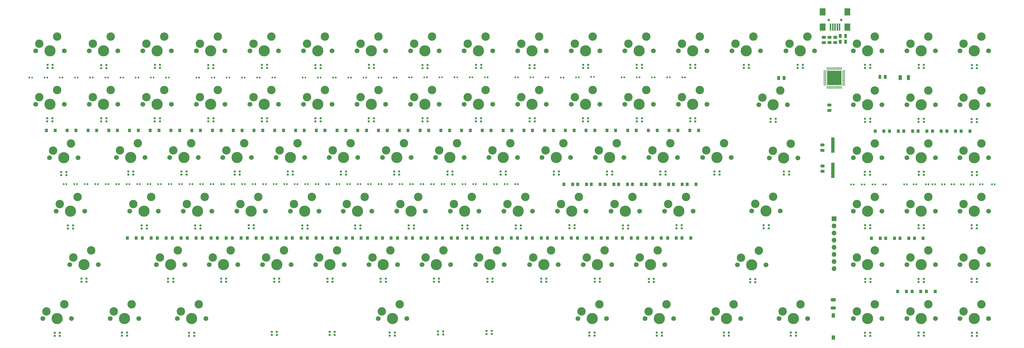
<source format=gbr>
%TF.GenerationSoftware,KiCad,Pcbnew,(5.1.10)-1*%
%TF.CreationDate,2021-12-12T17:38:06-08:00*%
%TF.ProjectId,chgray-keyboard,63686772-6179-42d6-9b65-79626f617264,Yeet2*%
%TF.SameCoordinates,Original*%
%TF.FileFunction,Soldermask,Top*%
%TF.FilePolarity,Negative*%
%FSLAX46Y46*%
G04 Gerber Fmt 4.6, Leading zero omitted, Abs format (unit mm)*
G04 Created by KiCad (PCBNEW (5.1.10)-1) date 2021-12-12 17:38:06*
%MOMM*%
%LPD*%
G01*
G04 APERTURE LIST*
%ADD10C,1.701800*%
%ADD11C,3.987800*%
%ADD12C,3.000000*%
%ADD13O,1.700000X1.700000*%
%ADD14R,1.700000X1.700000*%
%ADD15R,1.300000X5.500000*%
%ADD16R,5.200000X5.200000*%
%ADD17C,0.900000*%
%ADD18R,0.500000X2.500000*%
%ADD19R,2.000000X2.500000*%
%ADD20R,1.000000X1.200000*%
%ADD21R,1.300000X1.550000*%
%ADD22R,0.700000X0.700000*%
G04 APERTURE END LIST*
D10*
%TO.C,SW54*%
X215392000Y-56642000D03*
X225552000Y-56642000D03*
D11*
X220472000Y-56642000D03*
D12*
X216662000Y-54102000D03*
X223012000Y-51562000D03*
%TD*%
D13*
%TO.C,J1*%
X319278000Y-96329500D03*
X319278000Y-93789500D03*
X319278000Y-91249500D03*
X319278000Y-88709500D03*
X319278000Y-86169500D03*
X319278000Y-83629500D03*
X319278000Y-81089500D03*
D14*
X319278000Y-78549500D03*
%TD*%
D10*
%TO.C,SW41*%
X177546000Y-56642000D03*
X187706000Y-56642000D03*
D11*
X182626000Y-56642000D03*
D12*
X178816000Y-54102000D03*
X185166000Y-51562000D03*
%TD*%
D15*
%TO.C,Y1*%
X318834000Y-52260500D03*
X318834000Y-61260500D03*
%TD*%
D16*
%TO.C,U1*%
X319342000Y-28321000D03*
G36*
G01*
X316717000Y-25458500D02*
X316717000Y-24508500D01*
G75*
G02*
X316779500Y-24446000I62500J0D01*
G01*
X316904500Y-24446000D01*
G75*
G02*
X316967000Y-24508500I0J-62500D01*
G01*
X316967000Y-25458500D01*
G75*
G02*
X316904500Y-25521000I-62500J0D01*
G01*
X316779500Y-25521000D01*
G75*
G02*
X316717000Y-25458500I0J62500D01*
G01*
G37*
G36*
G01*
X317217000Y-25458500D02*
X317217000Y-24508500D01*
G75*
G02*
X317279500Y-24446000I62500J0D01*
G01*
X317404500Y-24446000D01*
G75*
G02*
X317467000Y-24508500I0J-62500D01*
G01*
X317467000Y-25458500D01*
G75*
G02*
X317404500Y-25521000I-62500J0D01*
G01*
X317279500Y-25521000D01*
G75*
G02*
X317217000Y-25458500I0J62500D01*
G01*
G37*
G36*
G01*
X317717000Y-25458500D02*
X317717000Y-24508500D01*
G75*
G02*
X317779500Y-24446000I62500J0D01*
G01*
X317904500Y-24446000D01*
G75*
G02*
X317967000Y-24508500I0J-62500D01*
G01*
X317967000Y-25458500D01*
G75*
G02*
X317904500Y-25521000I-62500J0D01*
G01*
X317779500Y-25521000D01*
G75*
G02*
X317717000Y-25458500I0J62500D01*
G01*
G37*
G36*
G01*
X318217000Y-25458500D02*
X318217000Y-24508500D01*
G75*
G02*
X318279500Y-24446000I62500J0D01*
G01*
X318404500Y-24446000D01*
G75*
G02*
X318467000Y-24508500I0J-62500D01*
G01*
X318467000Y-25458500D01*
G75*
G02*
X318404500Y-25521000I-62500J0D01*
G01*
X318279500Y-25521000D01*
G75*
G02*
X318217000Y-25458500I0J62500D01*
G01*
G37*
G36*
G01*
X318717000Y-25458500D02*
X318717000Y-24508500D01*
G75*
G02*
X318779500Y-24446000I62500J0D01*
G01*
X318904500Y-24446000D01*
G75*
G02*
X318967000Y-24508500I0J-62500D01*
G01*
X318967000Y-25458500D01*
G75*
G02*
X318904500Y-25521000I-62500J0D01*
G01*
X318779500Y-25521000D01*
G75*
G02*
X318717000Y-25458500I0J62500D01*
G01*
G37*
G36*
G01*
X319217000Y-25458500D02*
X319217000Y-24508500D01*
G75*
G02*
X319279500Y-24446000I62500J0D01*
G01*
X319404500Y-24446000D01*
G75*
G02*
X319467000Y-24508500I0J-62500D01*
G01*
X319467000Y-25458500D01*
G75*
G02*
X319404500Y-25521000I-62500J0D01*
G01*
X319279500Y-25521000D01*
G75*
G02*
X319217000Y-25458500I0J62500D01*
G01*
G37*
G36*
G01*
X319717000Y-25458500D02*
X319717000Y-24508500D01*
G75*
G02*
X319779500Y-24446000I62500J0D01*
G01*
X319904500Y-24446000D01*
G75*
G02*
X319967000Y-24508500I0J-62500D01*
G01*
X319967000Y-25458500D01*
G75*
G02*
X319904500Y-25521000I-62500J0D01*
G01*
X319779500Y-25521000D01*
G75*
G02*
X319717000Y-25458500I0J62500D01*
G01*
G37*
G36*
G01*
X320217000Y-25458500D02*
X320217000Y-24508500D01*
G75*
G02*
X320279500Y-24446000I62500J0D01*
G01*
X320404500Y-24446000D01*
G75*
G02*
X320467000Y-24508500I0J-62500D01*
G01*
X320467000Y-25458500D01*
G75*
G02*
X320404500Y-25521000I-62500J0D01*
G01*
X320279500Y-25521000D01*
G75*
G02*
X320217000Y-25458500I0J62500D01*
G01*
G37*
G36*
G01*
X320717000Y-25458500D02*
X320717000Y-24508500D01*
G75*
G02*
X320779500Y-24446000I62500J0D01*
G01*
X320904500Y-24446000D01*
G75*
G02*
X320967000Y-24508500I0J-62500D01*
G01*
X320967000Y-25458500D01*
G75*
G02*
X320904500Y-25521000I-62500J0D01*
G01*
X320779500Y-25521000D01*
G75*
G02*
X320717000Y-25458500I0J62500D01*
G01*
G37*
G36*
G01*
X321217000Y-25458500D02*
X321217000Y-24508500D01*
G75*
G02*
X321279500Y-24446000I62500J0D01*
G01*
X321404500Y-24446000D01*
G75*
G02*
X321467000Y-24508500I0J-62500D01*
G01*
X321467000Y-25458500D01*
G75*
G02*
X321404500Y-25521000I-62500J0D01*
G01*
X321279500Y-25521000D01*
G75*
G02*
X321217000Y-25458500I0J62500D01*
G01*
G37*
G36*
G01*
X321717000Y-25458500D02*
X321717000Y-24508500D01*
G75*
G02*
X321779500Y-24446000I62500J0D01*
G01*
X321904500Y-24446000D01*
G75*
G02*
X321967000Y-24508500I0J-62500D01*
G01*
X321967000Y-25458500D01*
G75*
G02*
X321904500Y-25521000I-62500J0D01*
G01*
X321779500Y-25521000D01*
G75*
G02*
X321717000Y-25458500I0J62500D01*
G01*
G37*
G36*
G01*
X322142000Y-25883500D02*
X322142000Y-25758500D01*
G75*
G02*
X322204500Y-25696000I62500J0D01*
G01*
X323154500Y-25696000D01*
G75*
G02*
X323217000Y-25758500I0J-62500D01*
G01*
X323217000Y-25883500D01*
G75*
G02*
X323154500Y-25946000I-62500J0D01*
G01*
X322204500Y-25946000D01*
G75*
G02*
X322142000Y-25883500I0J62500D01*
G01*
G37*
G36*
G01*
X322142000Y-26383500D02*
X322142000Y-26258500D01*
G75*
G02*
X322204500Y-26196000I62500J0D01*
G01*
X323154500Y-26196000D01*
G75*
G02*
X323217000Y-26258500I0J-62500D01*
G01*
X323217000Y-26383500D01*
G75*
G02*
X323154500Y-26446000I-62500J0D01*
G01*
X322204500Y-26446000D01*
G75*
G02*
X322142000Y-26383500I0J62500D01*
G01*
G37*
G36*
G01*
X322142000Y-26883500D02*
X322142000Y-26758500D01*
G75*
G02*
X322204500Y-26696000I62500J0D01*
G01*
X323154500Y-26696000D01*
G75*
G02*
X323217000Y-26758500I0J-62500D01*
G01*
X323217000Y-26883500D01*
G75*
G02*
X323154500Y-26946000I-62500J0D01*
G01*
X322204500Y-26946000D01*
G75*
G02*
X322142000Y-26883500I0J62500D01*
G01*
G37*
G36*
G01*
X322142000Y-27383500D02*
X322142000Y-27258500D01*
G75*
G02*
X322204500Y-27196000I62500J0D01*
G01*
X323154500Y-27196000D01*
G75*
G02*
X323217000Y-27258500I0J-62500D01*
G01*
X323217000Y-27383500D01*
G75*
G02*
X323154500Y-27446000I-62500J0D01*
G01*
X322204500Y-27446000D01*
G75*
G02*
X322142000Y-27383500I0J62500D01*
G01*
G37*
G36*
G01*
X322142000Y-27883500D02*
X322142000Y-27758500D01*
G75*
G02*
X322204500Y-27696000I62500J0D01*
G01*
X323154500Y-27696000D01*
G75*
G02*
X323217000Y-27758500I0J-62500D01*
G01*
X323217000Y-27883500D01*
G75*
G02*
X323154500Y-27946000I-62500J0D01*
G01*
X322204500Y-27946000D01*
G75*
G02*
X322142000Y-27883500I0J62500D01*
G01*
G37*
G36*
G01*
X322142000Y-28383500D02*
X322142000Y-28258500D01*
G75*
G02*
X322204500Y-28196000I62500J0D01*
G01*
X323154500Y-28196000D01*
G75*
G02*
X323217000Y-28258500I0J-62500D01*
G01*
X323217000Y-28383500D01*
G75*
G02*
X323154500Y-28446000I-62500J0D01*
G01*
X322204500Y-28446000D01*
G75*
G02*
X322142000Y-28383500I0J62500D01*
G01*
G37*
G36*
G01*
X322142000Y-28883500D02*
X322142000Y-28758500D01*
G75*
G02*
X322204500Y-28696000I62500J0D01*
G01*
X323154500Y-28696000D01*
G75*
G02*
X323217000Y-28758500I0J-62500D01*
G01*
X323217000Y-28883500D01*
G75*
G02*
X323154500Y-28946000I-62500J0D01*
G01*
X322204500Y-28946000D01*
G75*
G02*
X322142000Y-28883500I0J62500D01*
G01*
G37*
G36*
G01*
X322142000Y-29383500D02*
X322142000Y-29258500D01*
G75*
G02*
X322204500Y-29196000I62500J0D01*
G01*
X323154500Y-29196000D01*
G75*
G02*
X323217000Y-29258500I0J-62500D01*
G01*
X323217000Y-29383500D01*
G75*
G02*
X323154500Y-29446000I-62500J0D01*
G01*
X322204500Y-29446000D01*
G75*
G02*
X322142000Y-29383500I0J62500D01*
G01*
G37*
G36*
G01*
X322142000Y-29883500D02*
X322142000Y-29758500D01*
G75*
G02*
X322204500Y-29696000I62500J0D01*
G01*
X323154500Y-29696000D01*
G75*
G02*
X323217000Y-29758500I0J-62500D01*
G01*
X323217000Y-29883500D01*
G75*
G02*
X323154500Y-29946000I-62500J0D01*
G01*
X322204500Y-29946000D01*
G75*
G02*
X322142000Y-29883500I0J62500D01*
G01*
G37*
G36*
G01*
X322142000Y-30383500D02*
X322142000Y-30258500D01*
G75*
G02*
X322204500Y-30196000I62500J0D01*
G01*
X323154500Y-30196000D01*
G75*
G02*
X323217000Y-30258500I0J-62500D01*
G01*
X323217000Y-30383500D01*
G75*
G02*
X323154500Y-30446000I-62500J0D01*
G01*
X322204500Y-30446000D01*
G75*
G02*
X322142000Y-30383500I0J62500D01*
G01*
G37*
G36*
G01*
X322142000Y-30883500D02*
X322142000Y-30758500D01*
G75*
G02*
X322204500Y-30696000I62500J0D01*
G01*
X323154500Y-30696000D01*
G75*
G02*
X323217000Y-30758500I0J-62500D01*
G01*
X323217000Y-30883500D01*
G75*
G02*
X323154500Y-30946000I-62500J0D01*
G01*
X322204500Y-30946000D01*
G75*
G02*
X322142000Y-30883500I0J62500D01*
G01*
G37*
G36*
G01*
X321717000Y-32133500D02*
X321717000Y-31183500D01*
G75*
G02*
X321779500Y-31121000I62500J0D01*
G01*
X321904500Y-31121000D01*
G75*
G02*
X321967000Y-31183500I0J-62500D01*
G01*
X321967000Y-32133500D01*
G75*
G02*
X321904500Y-32196000I-62500J0D01*
G01*
X321779500Y-32196000D01*
G75*
G02*
X321717000Y-32133500I0J62500D01*
G01*
G37*
G36*
G01*
X321217000Y-32133500D02*
X321217000Y-31183500D01*
G75*
G02*
X321279500Y-31121000I62500J0D01*
G01*
X321404500Y-31121000D01*
G75*
G02*
X321467000Y-31183500I0J-62500D01*
G01*
X321467000Y-32133500D01*
G75*
G02*
X321404500Y-32196000I-62500J0D01*
G01*
X321279500Y-32196000D01*
G75*
G02*
X321217000Y-32133500I0J62500D01*
G01*
G37*
G36*
G01*
X320717000Y-32133500D02*
X320717000Y-31183500D01*
G75*
G02*
X320779500Y-31121000I62500J0D01*
G01*
X320904500Y-31121000D01*
G75*
G02*
X320967000Y-31183500I0J-62500D01*
G01*
X320967000Y-32133500D01*
G75*
G02*
X320904500Y-32196000I-62500J0D01*
G01*
X320779500Y-32196000D01*
G75*
G02*
X320717000Y-32133500I0J62500D01*
G01*
G37*
G36*
G01*
X320217000Y-32133500D02*
X320217000Y-31183500D01*
G75*
G02*
X320279500Y-31121000I62500J0D01*
G01*
X320404500Y-31121000D01*
G75*
G02*
X320467000Y-31183500I0J-62500D01*
G01*
X320467000Y-32133500D01*
G75*
G02*
X320404500Y-32196000I-62500J0D01*
G01*
X320279500Y-32196000D01*
G75*
G02*
X320217000Y-32133500I0J62500D01*
G01*
G37*
G36*
G01*
X319717000Y-32133500D02*
X319717000Y-31183500D01*
G75*
G02*
X319779500Y-31121000I62500J0D01*
G01*
X319904500Y-31121000D01*
G75*
G02*
X319967000Y-31183500I0J-62500D01*
G01*
X319967000Y-32133500D01*
G75*
G02*
X319904500Y-32196000I-62500J0D01*
G01*
X319779500Y-32196000D01*
G75*
G02*
X319717000Y-32133500I0J62500D01*
G01*
G37*
G36*
G01*
X319217000Y-32133500D02*
X319217000Y-31183500D01*
G75*
G02*
X319279500Y-31121000I62500J0D01*
G01*
X319404500Y-31121000D01*
G75*
G02*
X319467000Y-31183500I0J-62500D01*
G01*
X319467000Y-32133500D01*
G75*
G02*
X319404500Y-32196000I-62500J0D01*
G01*
X319279500Y-32196000D01*
G75*
G02*
X319217000Y-32133500I0J62500D01*
G01*
G37*
G36*
G01*
X318717000Y-32133500D02*
X318717000Y-31183500D01*
G75*
G02*
X318779500Y-31121000I62500J0D01*
G01*
X318904500Y-31121000D01*
G75*
G02*
X318967000Y-31183500I0J-62500D01*
G01*
X318967000Y-32133500D01*
G75*
G02*
X318904500Y-32196000I-62500J0D01*
G01*
X318779500Y-32196000D01*
G75*
G02*
X318717000Y-32133500I0J62500D01*
G01*
G37*
G36*
G01*
X318217000Y-32133500D02*
X318217000Y-31183500D01*
G75*
G02*
X318279500Y-31121000I62500J0D01*
G01*
X318404500Y-31121000D01*
G75*
G02*
X318467000Y-31183500I0J-62500D01*
G01*
X318467000Y-32133500D01*
G75*
G02*
X318404500Y-32196000I-62500J0D01*
G01*
X318279500Y-32196000D01*
G75*
G02*
X318217000Y-32133500I0J62500D01*
G01*
G37*
G36*
G01*
X317717000Y-32133500D02*
X317717000Y-31183500D01*
G75*
G02*
X317779500Y-31121000I62500J0D01*
G01*
X317904500Y-31121000D01*
G75*
G02*
X317967000Y-31183500I0J-62500D01*
G01*
X317967000Y-32133500D01*
G75*
G02*
X317904500Y-32196000I-62500J0D01*
G01*
X317779500Y-32196000D01*
G75*
G02*
X317717000Y-32133500I0J62500D01*
G01*
G37*
G36*
G01*
X317217000Y-32133500D02*
X317217000Y-31183500D01*
G75*
G02*
X317279500Y-31121000I62500J0D01*
G01*
X317404500Y-31121000D01*
G75*
G02*
X317467000Y-31183500I0J-62500D01*
G01*
X317467000Y-32133500D01*
G75*
G02*
X317404500Y-32196000I-62500J0D01*
G01*
X317279500Y-32196000D01*
G75*
G02*
X317217000Y-32133500I0J62500D01*
G01*
G37*
G36*
G01*
X316717000Y-32133500D02*
X316717000Y-31183500D01*
G75*
G02*
X316779500Y-31121000I62500J0D01*
G01*
X316904500Y-31121000D01*
G75*
G02*
X316967000Y-31183500I0J-62500D01*
G01*
X316967000Y-32133500D01*
G75*
G02*
X316904500Y-32196000I-62500J0D01*
G01*
X316779500Y-32196000D01*
G75*
G02*
X316717000Y-32133500I0J62500D01*
G01*
G37*
G36*
G01*
X315467000Y-30883500D02*
X315467000Y-30758500D01*
G75*
G02*
X315529500Y-30696000I62500J0D01*
G01*
X316479500Y-30696000D01*
G75*
G02*
X316542000Y-30758500I0J-62500D01*
G01*
X316542000Y-30883500D01*
G75*
G02*
X316479500Y-30946000I-62500J0D01*
G01*
X315529500Y-30946000D01*
G75*
G02*
X315467000Y-30883500I0J62500D01*
G01*
G37*
G36*
G01*
X315467000Y-30383500D02*
X315467000Y-30258500D01*
G75*
G02*
X315529500Y-30196000I62500J0D01*
G01*
X316479500Y-30196000D01*
G75*
G02*
X316542000Y-30258500I0J-62500D01*
G01*
X316542000Y-30383500D01*
G75*
G02*
X316479500Y-30446000I-62500J0D01*
G01*
X315529500Y-30446000D01*
G75*
G02*
X315467000Y-30383500I0J62500D01*
G01*
G37*
G36*
G01*
X315467000Y-29883500D02*
X315467000Y-29758500D01*
G75*
G02*
X315529500Y-29696000I62500J0D01*
G01*
X316479500Y-29696000D01*
G75*
G02*
X316542000Y-29758500I0J-62500D01*
G01*
X316542000Y-29883500D01*
G75*
G02*
X316479500Y-29946000I-62500J0D01*
G01*
X315529500Y-29946000D01*
G75*
G02*
X315467000Y-29883500I0J62500D01*
G01*
G37*
G36*
G01*
X315467000Y-29383500D02*
X315467000Y-29258500D01*
G75*
G02*
X315529500Y-29196000I62500J0D01*
G01*
X316479500Y-29196000D01*
G75*
G02*
X316542000Y-29258500I0J-62500D01*
G01*
X316542000Y-29383500D01*
G75*
G02*
X316479500Y-29446000I-62500J0D01*
G01*
X315529500Y-29446000D01*
G75*
G02*
X315467000Y-29383500I0J62500D01*
G01*
G37*
G36*
G01*
X315467000Y-28883500D02*
X315467000Y-28758500D01*
G75*
G02*
X315529500Y-28696000I62500J0D01*
G01*
X316479500Y-28696000D01*
G75*
G02*
X316542000Y-28758500I0J-62500D01*
G01*
X316542000Y-28883500D01*
G75*
G02*
X316479500Y-28946000I-62500J0D01*
G01*
X315529500Y-28946000D01*
G75*
G02*
X315467000Y-28883500I0J62500D01*
G01*
G37*
G36*
G01*
X315467000Y-28383500D02*
X315467000Y-28258500D01*
G75*
G02*
X315529500Y-28196000I62500J0D01*
G01*
X316479500Y-28196000D01*
G75*
G02*
X316542000Y-28258500I0J-62500D01*
G01*
X316542000Y-28383500D01*
G75*
G02*
X316479500Y-28446000I-62500J0D01*
G01*
X315529500Y-28446000D01*
G75*
G02*
X315467000Y-28383500I0J62500D01*
G01*
G37*
G36*
G01*
X315467000Y-27883500D02*
X315467000Y-27758500D01*
G75*
G02*
X315529500Y-27696000I62500J0D01*
G01*
X316479500Y-27696000D01*
G75*
G02*
X316542000Y-27758500I0J-62500D01*
G01*
X316542000Y-27883500D01*
G75*
G02*
X316479500Y-27946000I-62500J0D01*
G01*
X315529500Y-27946000D01*
G75*
G02*
X315467000Y-27883500I0J62500D01*
G01*
G37*
G36*
G01*
X315467000Y-27383500D02*
X315467000Y-27258500D01*
G75*
G02*
X315529500Y-27196000I62500J0D01*
G01*
X316479500Y-27196000D01*
G75*
G02*
X316542000Y-27258500I0J-62500D01*
G01*
X316542000Y-27383500D01*
G75*
G02*
X316479500Y-27446000I-62500J0D01*
G01*
X315529500Y-27446000D01*
G75*
G02*
X315467000Y-27383500I0J62500D01*
G01*
G37*
G36*
G01*
X315467000Y-26883500D02*
X315467000Y-26758500D01*
G75*
G02*
X315529500Y-26696000I62500J0D01*
G01*
X316479500Y-26696000D01*
G75*
G02*
X316542000Y-26758500I0J-62500D01*
G01*
X316542000Y-26883500D01*
G75*
G02*
X316479500Y-26946000I-62500J0D01*
G01*
X315529500Y-26946000D01*
G75*
G02*
X315467000Y-26883500I0J62500D01*
G01*
G37*
G36*
G01*
X315467000Y-26383500D02*
X315467000Y-26258500D01*
G75*
G02*
X315529500Y-26196000I62500J0D01*
G01*
X316479500Y-26196000D01*
G75*
G02*
X316542000Y-26258500I0J-62500D01*
G01*
X316542000Y-26383500D01*
G75*
G02*
X316479500Y-26446000I-62500J0D01*
G01*
X315529500Y-26446000D01*
G75*
G02*
X315467000Y-26383500I0J62500D01*
G01*
G37*
G36*
G01*
X315467000Y-25883500D02*
X315467000Y-25758500D01*
G75*
G02*
X315529500Y-25696000I62500J0D01*
G01*
X316479500Y-25696000D01*
G75*
G02*
X316542000Y-25758500I0J-62500D01*
G01*
X316542000Y-25883500D01*
G75*
G02*
X316479500Y-25946000I-62500J0D01*
G01*
X315529500Y-25946000D01*
G75*
G02*
X315467000Y-25883500I0J62500D01*
G01*
G37*
%TD*%
D17*
%TO.C,J2*%
X317392000Y-7631000D03*
X321792000Y-7631000D03*
D18*
X317992000Y-10231000D03*
X318792000Y-10231000D03*
X319592000Y-10231000D03*
X320392000Y-10231000D03*
X321192000Y-10231000D03*
D19*
X315192000Y-10231000D03*
X323992000Y-10231000D03*
X315192000Y-4731000D03*
X323992000Y-4731000D03*
%TD*%
D20*
%TO.C,D94*%
X226771000Y-46990000D03*
X223671000Y-46990000D03*
%TD*%
%TO.C,D93*%
X367554000Y-47307500D03*
X364454000Y-47307500D03*
%TD*%
%TO.C,D92*%
X344982000Y-104394000D03*
X341882000Y-104394000D03*
%TD*%
%TO.C,D91*%
X355182000Y-104394000D03*
X352082000Y-104394000D03*
%TD*%
%TO.C,D90*%
X42190000Y-46990000D03*
X39090000Y-46990000D03*
%TD*%
%TO.C,D89*%
X79106100Y-46990000D03*
X76006100Y-46990000D03*
%TD*%
%TO.C,D88*%
X350082000Y-104394000D03*
X346982000Y-104394000D03*
%TD*%
%TO.C,D87*%
X340733000Y-85471000D03*
X337633000Y-85471000D03*
%TD*%
%TO.C,D86*%
X64339700Y-46990000D03*
X61239700Y-46990000D03*
%TD*%
%TO.C,D85*%
X219387000Y-46990000D03*
X216287000Y-46990000D03*
%TD*%
%TO.C,D84*%
X352256000Y-47307500D03*
X349156000Y-47307500D03*
%TD*%
%TO.C,D83*%
X248920000Y-46990000D03*
X245820000Y-46990000D03*
%TD*%
%TO.C,D82*%
X357355000Y-47307500D03*
X354255000Y-47307500D03*
%TD*%
%TO.C,D81*%
X336957000Y-47307500D03*
X333857000Y-47307500D03*
%TD*%
%TO.C,D80*%
X270092000Y-66230500D03*
X266992000Y-66230500D03*
%TD*%
%TO.C,D79*%
X234154000Y-46990000D03*
X231054000Y-46990000D03*
%TD*%
%TO.C,D78*%
X182471000Y-46990000D03*
X179371000Y-46990000D03*
%TD*%
%TO.C,D77*%
X265223000Y-66230500D03*
X262123000Y-66230500D03*
%TD*%
%TO.C,D76*%
X256304000Y-46990000D03*
X253204000Y-46990000D03*
%TD*%
%TO.C,D75*%
X226276000Y-66230500D03*
X223176000Y-66230500D03*
%TD*%
%TO.C,D74*%
X335633000Y-85471000D03*
X332533000Y-85471000D03*
%TD*%
%TO.C,D73*%
X250618000Y-66230500D03*
X247518000Y-66230500D03*
%TD*%
%TO.C,D72*%
X342057000Y-47307500D03*
X338957000Y-47307500D03*
%TD*%
%TO.C,D71*%
X268250000Y-85407500D03*
X265150000Y-85407500D03*
%TD*%
%TO.C,D70*%
X160322000Y-46990000D03*
X157222000Y-46990000D03*
%TD*%
%TO.C,D69*%
X271070000Y-46990000D03*
X267970000Y-46990000D03*
%TD*%
%TO.C,D68*%
X116022000Y-46990000D03*
X112922000Y-46990000D03*
%TD*%
%TO.C,D67*%
X236432000Y-85407500D03*
X233332000Y-85407500D03*
%TD*%
%TO.C,D66*%
X247108000Y-85407500D03*
X244008000Y-85407500D03*
%TD*%
%TO.C,D65*%
X252446000Y-85407500D03*
X249346000Y-85407500D03*
%TD*%
%TO.C,D64*%
X241770000Y-85407500D03*
X238670000Y-85407500D03*
%TD*%
%TO.C,D63*%
X231094000Y-85407500D03*
X227994000Y-85407500D03*
%TD*%
%TO.C,D62*%
X225756000Y-85407500D03*
X222656000Y-85407500D03*
%TD*%
%TO.C,D61*%
X347156000Y-47307500D03*
X344056000Y-47307500D03*
%TD*%
%TO.C,D60*%
X240881000Y-66230500D03*
X237781000Y-66230500D03*
%TD*%
%TO.C,D59*%
X260355000Y-66230500D03*
X257255000Y-66230500D03*
%TD*%
%TO.C,D58*%
X220418000Y-85407500D03*
X217318000Y-85407500D03*
%TD*%
%TO.C,D57*%
X152938000Y-46990000D03*
X149838000Y-46990000D03*
%TD*%
%TO.C,D56*%
X241537000Y-46990000D03*
X238437000Y-46990000D03*
%TD*%
%TO.C,D55*%
X263122000Y-85407500D03*
X260022000Y-85407500D03*
%TD*%
%TO.C,D54*%
X236013000Y-66230500D03*
X232913000Y-66230500D03*
%TD*%
%TO.C,D53*%
X209742000Y-85407500D03*
X206642000Y-85407500D03*
%TD*%
%TO.C,D52*%
X145555000Y-46990000D03*
X142455000Y-46990000D03*
%TD*%
%TO.C,D51*%
X257784000Y-85407500D03*
X254684000Y-85407500D03*
%TD*%
%TO.C,D50*%
X138172000Y-46990000D03*
X135072000Y-46990000D03*
%TD*%
%TO.C,D49*%
X193729000Y-85407500D03*
X190629000Y-85407500D03*
%TD*%
%TO.C,D48*%
X183053000Y-85407500D03*
X179953000Y-85407500D03*
%TD*%
%TO.C,D47*%
X345832000Y-85471000D03*
X342732000Y-85471000D03*
%TD*%
%TO.C,D46*%
X212004000Y-46990000D03*
X208904000Y-46990000D03*
%TD*%
%TO.C,D45*%
X215080000Y-85407500D03*
X211980000Y-85407500D03*
%TD*%
%TO.C,D44*%
X172377000Y-85407500D03*
X169277000Y-85407500D03*
%TD*%
%TO.C,D43*%
X199067000Y-85407500D03*
X195967000Y-85407500D03*
%TD*%
%TO.C,D42*%
X167705000Y-46990000D03*
X164605000Y-46990000D03*
%TD*%
%TO.C,D41*%
X255486000Y-66230500D03*
X252386000Y-66230500D03*
%TD*%
%TO.C,D40*%
X204404000Y-85407500D03*
X201304000Y-85407500D03*
%TD*%
%TO.C,D39*%
X123405000Y-46990000D03*
X120305000Y-46990000D03*
%TD*%
%TO.C,D38*%
X177715000Y-85407500D03*
X174615000Y-85407500D03*
%TD*%
%TO.C,D37*%
X167039000Y-85407500D03*
X163939000Y-85407500D03*
%TD*%
%TO.C,D36*%
X161701000Y-85407500D03*
X158601000Y-85407500D03*
%TD*%
%TO.C,D35*%
X156363000Y-85407500D03*
X153263000Y-85407500D03*
%TD*%
%TO.C,D34*%
X108639000Y-46990000D03*
X105539000Y-46990000D03*
%TD*%
%TO.C,D33*%
X263687000Y-46990000D03*
X260587000Y-46990000D03*
%TD*%
%TO.C,D32*%
X245750000Y-66230500D03*
X242650000Y-66230500D03*
%TD*%
%TO.C,D31*%
X188391000Y-85407500D03*
X185291000Y-85407500D03*
%TD*%
%TO.C,D30*%
X140349000Y-85407500D03*
X137249000Y-85407500D03*
%TD*%
%TO.C,D29*%
X151025000Y-85407500D03*
X147925000Y-85407500D03*
%TD*%
%TO.C,D28*%
X204621000Y-46990000D03*
X201521000Y-46990000D03*
%TD*%
%TO.C,D27*%
X231145000Y-66230500D03*
X228045000Y-66230500D03*
%TD*%
%TO.C,D26*%
X130789000Y-46990000D03*
X127689000Y-46990000D03*
%TD*%
%TO.C,D25*%
X118997000Y-85407500D03*
X115897000Y-85407500D03*
%TD*%
%TO.C,D24*%
X145687000Y-85407500D03*
X142587000Y-85407500D03*
%TD*%
%TO.C,D23*%
X113659000Y-85407500D03*
X110559000Y-85407500D03*
%TD*%
%TO.C,D22*%
X129673000Y-85407500D03*
X126573000Y-85407500D03*
%TD*%
%TO.C,D21*%
X93872600Y-46990000D03*
X90772600Y-46990000D03*
%TD*%
%TO.C,D20*%
X97645300Y-85407500D03*
X94545300Y-85407500D03*
%TD*%
%TO.C,D19*%
X197238000Y-46990000D03*
X194138000Y-46990000D03*
%TD*%
%TO.C,D18*%
X86489400Y-46990000D03*
X83389400Y-46990000D03*
%TD*%
%TO.C,D17*%
X92307300Y-85407500D03*
X89207300Y-85407500D03*
%TD*%
%TO.C,D16*%
X101255800Y-46990000D03*
X98155800Y-46990000D03*
%TD*%
%TO.C,D15*%
X108321000Y-85407500D03*
X105221000Y-85407500D03*
%TD*%
%TO.C,D14*%
X350932000Y-85471000D03*
X347832000Y-85471000D03*
%TD*%
%TO.C,D13*%
X362455000Y-47307500D03*
X359355000Y-47307500D03*
%TD*%
%TO.C,D12*%
X76293500Y-85407500D03*
X73193500Y-85407500D03*
%TD*%
%TO.C,D11*%
X81631400Y-85407500D03*
X78531400Y-85407500D03*
%TD*%
%TO.C,D10*%
X135011000Y-85407500D03*
X131911000Y-85407500D03*
%TD*%
%TO.C,D9*%
X124335000Y-85407500D03*
X121235000Y-85407500D03*
%TD*%
%TO.C,D8*%
X102983000Y-85407500D03*
X99883000Y-85407500D03*
%TD*%
%TO.C,D7*%
X56956400Y-46990000D03*
X53856400Y-46990000D03*
%TD*%
%TO.C,D6*%
X86969400Y-85407500D03*
X83869400Y-85407500D03*
%TD*%
%TO.C,D5*%
X189854000Y-46990000D03*
X186754000Y-46990000D03*
%TD*%
%TO.C,D4*%
X175088000Y-46990000D03*
X171988000Y-46990000D03*
%TD*%
%TO.C,D3*%
X70955500Y-85407500D03*
X67855500Y-85407500D03*
%TD*%
%TO.C,D2*%
X71722900Y-46990000D03*
X68622900Y-46990000D03*
%TD*%
%TO.C,D1*%
X49573200Y-46990000D03*
X46473200Y-46990000D03*
%TD*%
D21*
%TO.C,SW_RESET1*%
X318990000Y-120846000D03*
X318960000Y-112956000D03*
%TD*%
%TO.C,R4*%
G36*
G01*
X343334000Y-27568997D02*
X343334000Y-28819003D01*
G75*
G02*
X343084003Y-29069000I-249997J0D01*
G01*
X342458997Y-29069000D01*
G75*
G02*
X342209000Y-28819003I0J249997D01*
G01*
X342209000Y-27568997D01*
G75*
G02*
X342458997Y-27319000I249997J0D01*
G01*
X343084003Y-27319000D01*
G75*
G02*
X343334000Y-27568997I0J-249997D01*
G01*
G37*
G36*
G01*
X346259000Y-27568997D02*
X346259000Y-28819003D01*
G75*
G02*
X346009003Y-29069000I-249997J0D01*
G01*
X345383997Y-29069000D01*
G75*
G02*
X345134000Y-28819003I0J249997D01*
G01*
X345134000Y-27568997D01*
G75*
G02*
X345383997Y-27319000I249997J0D01*
G01*
X346009003Y-27319000D01*
G75*
G02*
X346259000Y-27568997I0J-249997D01*
G01*
G37*
%TD*%
%TO.C,R3*%
G36*
G01*
X320109002Y-14355500D02*
X319208998Y-14355500D01*
G75*
G02*
X318959000Y-14105502I0J249998D01*
G01*
X318959000Y-13580498D01*
G75*
G02*
X319208998Y-13330500I249998J0D01*
G01*
X320109002Y-13330500D01*
G75*
G02*
X320359000Y-13580498I0J-249998D01*
G01*
X320359000Y-14105502D01*
G75*
G02*
X320109002Y-14355500I-249998J0D01*
G01*
G37*
G36*
G01*
X320109002Y-16180500D02*
X319208998Y-16180500D01*
G75*
G02*
X318959000Y-15930502I0J249998D01*
G01*
X318959000Y-15405498D01*
G75*
G02*
X319208998Y-15155500I249998J0D01*
G01*
X320109002Y-15155500D01*
G75*
G02*
X320359000Y-15405498I0J-249998D01*
G01*
X320359000Y-15930502D01*
G75*
G02*
X320109002Y-16180500I-249998J0D01*
G01*
G37*
%TD*%
%TO.C,R2*%
G36*
G01*
X318077002Y-14355500D02*
X317176998Y-14355500D01*
G75*
G02*
X316927000Y-14105502I0J249998D01*
G01*
X316927000Y-13580498D01*
G75*
G02*
X317176998Y-13330500I249998J0D01*
G01*
X318077002Y-13330500D01*
G75*
G02*
X318327000Y-13580498I0J-249998D01*
G01*
X318327000Y-14105502D01*
G75*
G02*
X318077002Y-14355500I-249998J0D01*
G01*
G37*
G36*
G01*
X318077002Y-16180500D02*
X317176998Y-16180500D01*
G75*
G02*
X316927000Y-15930502I0J249998D01*
G01*
X316927000Y-15405498D01*
G75*
G02*
X317176998Y-15155500I249998J0D01*
G01*
X318077002Y-15155500D01*
G75*
G02*
X318327000Y-15405498I0J-249998D01*
G01*
X318327000Y-15930502D01*
G75*
G02*
X318077002Y-16180500I-249998J0D01*
G01*
G37*
%TD*%
%TO.C,R1*%
G36*
G01*
X319585003Y-107939000D02*
X318334997Y-107939000D01*
G75*
G02*
X318085000Y-107689003I0J249997D01*
G01*
X318085000Y-107063997D01*
G75*
G02*
X318334997Y-106814000I249997J0D01*
G01*
X319585003Y-106814000D01*
G75*
G02*
X319835000Y-107063997I0J-249997D01*
G01*
X319835000Y-107689003D01*
G75*
G02*
X319585003Y-107939000I-249997J0D01*
G01*
G37*
G36*
G01*
X319585003Y-110864000D02*
X318334997Y-110864000D01*
G75*
G02*
X318085000Y-110614003I0J249997D01*
G01*
X318085000Y-109988997D01*
G75*
G02*
X318334997Y-109739000I249997J0D01*
G01*
X319585003Y-109739000D01*
G75*
G02*
X319835000Y-109988997I0J-249997D01*
G01*
X319835000Y-110614003D01*
G75*
G02*
X319585003Y-110864000I-249997J0D01*
G01*
G37*
%TD*%
%TO.C,C109*%
G36*
G01*
X299032000Y-28796000D02*
X299032000Y-27846000D01*
G75*
G02*
X299282000Y-27596000I250000J0D01*
G01*
X299782000Y-27596000D01*
G75*
G02*
X300032000Y-27846000I0J-250000D01*
G01*
X300032000Y-28796000D01*
G75*
G02*
X299782000Y-29046000I-250000J0D01*
G01*
X299282000Y-29046000D01*
G75*
G02*
X299032000Y-28796000I0J250000D01*
G01*
G37*
G36*
G01*
X300932000Y-28796000D02*
X300932000Y-27846000D01*
G75*
G02*
X301182000Y-27596000I250000J0D01*
G01*
X301682000Y-27596000D01*
G75*
G02*
X301932000Y-27846000I0J-250000D01*
G01*
X301932000Y-28796000D01*
G75*
G02*
X301682000Y-29046000I-250000J0D01*
G01*
X301182000Y-29046000D01*
G75*
G02*
X300932000Y-28796000I0J250000D01*
G01*
G37*
%TD*%
%TO.C,C108*%
G36*
G01*
X314612000Y-53602000D02*
X315562000Y-53602000D01*
G75*
G02*
X315812000Y-53852000I0J-250000D01*
G01*
X315812000Y-54352000D01*
G75*
G02*
X315562000Y-54602000I-250000J0D01*
G01*
X314612000Y-54602000D01*
G75*
G02*
X314362000Y-54352000I0J250000D01*
G01*
X314362000Y-53852000D01*
G75*
G02*
X314612000Y-53602000I250000J0D01*
G01*
G37*
G36*
G01*
X314612000Y-51702000D02*
X315562000Y-51702000D01*
G75*
G02*
X315812000Y-51952000I0J-250000D01*
G01*
X315812000Y-52452000D01*
G75*
G02*
X315562000Y-52702000I-250000J0D01*
G01*
X314612000Y-52702000D01*
G75*
G02*
X314362000Y-52452000I0J250000D01*
G01*
X314362000Y-51952000D01*
G75*
G02*
X314612000Y-51702000I250000J0D01*
G01*
G37*
%TD*%
%TO.C,C107*%
G36*
G01*
X315625000Y-60195000D02*
X314675000Y-60195000D01*
G75*
G02*
X314425000Y-59945000I0J250000D01*
G01*
X314425000Y-59445000D01*
G75*
G02*
X314675000Y-59195000I250000J0D01*
G01*
X315625000Y-59195000D01*
G75*
G02*
X315875000Y-59445000I0J-250000D01*
G01*
X315875000Y-59945000D01*
G75*
G02*
X315625000Y-60195000I-250000J0D01*
G01*
G37*
G36*
G01*
X315625000Y-62095000D02*
X314675000Y-62095000D01*
G75*
G02*
X314425000Y-61845000I0J250000D01*
G01*
X314425000Y-61345000D01*
G75*
G02*
X314675000Y-61095000I250000J0D01*
G01*
X315625000Y-61095000D01*
G75*
G02*
X315875000Y-61345000I0J-250000D01*
G01*
X315875000Y-61845000D01*
G75*
G02*
X315625000Y-62095000I-250000J0D01*
G01*
G37*
%TD*%
%TO.C,C106*%
G36*
G01*
X322840000Y-13810000D02*
X322840000Y-12860000D01*
G75*
G02*
X323090000Y-12610000I250000J0D01*
G01*
X323590000Y-12610000D01*
G75*
G02*
X323840000Y-12860000I0J-250000D01*
G01*
X323840000Y-13810000D01*
G75*
G02*
X323590000Y-14060000I-250000J0D01*
G01*
X323090000Y-14060000D01*
G75*
G02*
X322840000Y-13810000I0J250000D01*
G01*
G37*
G36*
G01*
X320940000Y-13810000D02*
X320940000Y-12860000D01*
G75*
G02*
X321190000Y-12610000I250000J0D01*
G01*
X321690000Y-12610000D01*
G75*
G02*
X321940000Y-12860000I0J-250000D01*
G01*
X321940000Y-13810000D01*
G75*
G02*
X321690000Y-14060000I-250000J0D01*
G01*
X321190000Y-14060000D01*
G75*
G02*
X320940000Y-13810000I0J250000D01*
G01*
G37*
%TD*%
%TO.C,C105*%
G36*
G01*
X316070000Y-14343000D02*
X315120000Y-14343000D01*
G75*
G02*
X314870000Y-14093000I0J250000D01*
G01*
X314870000Y-13593000D01*
G75*
G02*
X315120000Y-13343000I250000J0D01*
G01*
X316070000Y-13343000D01*
G75*
G02*
X316320000Y-13593000I0J-250000D01*
G01*
X316320000Y-14093000D01*
G75*
G02*
X316070000Y-14343000I-250000J0D01*
G01*
G37*
G36*
G01*
X316070000Y-16243000D02*
X315120000Y-16243000D01*
G75*
G02*
X314870000Y-15993000I0J250000D01*
G01*
X314870000Y-15493000D01*
G75*
G02*
X315120000Y-15243000I250000J0D01*
G01*
X316070000Y-15243000D01*
G75*
G02*
X316320000Y-15493000I0J-250000D01*
G01*
X316320000Y-15993000D01*
G75*
G02*
X316070000Y-16243000I-250000J0D01*
G01*
G37*
%TD*%
%TO.C,C104*%
G36*
G01*
X322840000Y-15905500D02*
X322840000Y-14955500D01*
G75*
G02*
X323090000Y-14705500I250000J0D01*
G01*
X323590000Y-14705500D01*
G75*
G02*
X323840000Y-14955500I0J-250000D01*
G01*
X323840000Y-15905500D01*
G75*
G02*
X323590000Y-16155500I-250000J0D01*
G01*
X323090000Y-16155500D01*
G75*
G02*
X322840000Y-15905500I0J250000D01*
G01*
G37*
G36*
G01*
X320940000Y-15905500D02*
X320940000Y-14955500D01*
G75*
G02*
X321190000Y-14705500I250000J0D01*
G01*
X321690000Y-14705500D01*
G75*
G02*
X321940000Y-14955500I0J-250000D01*
G01*
X321940000Y-15905500D01*
G75*
G02*
X321690000Y-16155500I-250000J0D01*
G01*
X321190000Y-16155500D01*
G75*
G02*
X320940000Y-15905500I0J250000D01*
G01*
G37*
%TD*%
%TO.C,C103*%
G36*
G01*
X336939000Y-28415000D02*
X336939000Y-27465000D01*
G75*
G02*
X337189000Y-27215000I250000J0D01*
G01*
X337689000Y-27215000D01*
G75*
G02*
X337939000Y-27465000I0J-250000D01*
G01*
X337939000Y-28415000D01*
G75*
G02*
X337689000Y-28665000I-250000J0D01*
G01*
X337189000Y-28665000D01*
G75*
G02*
X336939000Y-28415000I0J250000D01*
G01*
G37*
G36*
G01*
X335039000Y-28415000D02*
X335039000Y-27465000D01*
G75*
G02*
X335289000Y-27215000I250000J0D01*
G01*
X335789000Y-27215000D01*
G75*
G02*
X336039000Y-27465000I0J-250000D01*
G01*
X336039000Y-28415000D01*
G75*
G02*
X335789000Y-28665000I-250000J0D01*
G01*
X335289000Y-28665000D01*
G75*
G02*
X335039000Y-28415000I0J250000D01*
G01*
G37*
%TD*%
%TO.C,C102*%
G36*
G01*
X317089000Y-39378000D02*
X318039000Y-39378000D01*
G75*
G02*
X318289000Y-39628000I0J-250000D01*
G01*
X318289000Y-40128000D01*
G75*
G02*
X318039000Y-40378000I-250000J0D01*
G01*
X317089000Y-40378000D01*
G75*
G02*
X316839000Y-40128000I0J250000D01*
G01*
X316839000Y-39628000D01*
G75*
G02*
X317089000Y-39378000I250000J0D01*
G01*
G37*
G36*
G01*
X317089000Y-37478000D02*
X318039000Y-37478000D01*
G75*
G02*
X318289000Y-37728000I0J-250000D01*
G01*
X318289000Y-38228000D01*
G75*
G02*
X318039000Y-38478000I-250000J0D01*
G01*
X317089000Y-38478000D01*
G75*
G02*
X316839000Y-38228000I0J250000D01*
G01*
X316839000Y-37728000D01*
G75*
G02*
X317089000Y-37478000I250000J0D01*
G01*
G37*
%TD*%
D10*
%TO.C,SW10*%
X87757000Y-75819000D03*
X97917000Y-75819000D03*
D11*
X92837000Y-75819000D03*
D12*
X89027000Y-73279000D03*
X95377000Y-70739000D03*
%TD*%
D10*
%TO.C,SW57*%
X157099000Y-114046000D03*
D11*
X162179000Y-114046000D03*
D10*
X167259000Y-114046000D03*
D12*
X158369000Y-111506000D03*
X164719000Y-108966000D03*
%TD*%
D10*
%TO.C,SW21*%
X302154000Y-18669000D03*
X312314000Y-18669000D03*
D11*
X307234000Y-18669000D03*
D12*
X303424000Y-16129000D03*
X309774000Y-13589000D03*
%TD*%
%TO.C,RIGHT-SHIFT1*%
X286141000Y-92382500D03*
D10*
X284871000Y-94922500D03*
D11*
X289951000Y-94922500D03*
D10*
X295031000Y-94922500D03*
D12*
X292491000Y-89842500D03*
%TD*%
%TO.C,Slash1*%
X297508000Y-54282500D03*
D10*
X296238000Y-56822500D03*
D11*
X301318000Y-56822500D03*
D10*
X306398000Y-56822500D03*
D12*
X303858000Y-51742500D03*
%TD*%
D10*
%TO.C,SW52*%
X196469000Y-56642000D03*
X206629000Y-56642000D03*
D11*
X201549000Y-56642000D03*
D12*
X197739000Y-54102000D03*
X204089000Y-51562000D03*
%TD*%
D10*
%TO.C,SW51*%
X187706000Y-37673900D03*
X197866000Y-37673900D03*
D11*
X192786000Y-37673900D03*
D12*
X188976000Y-35133900D03*
X195326000Y-32593900D03*
%TD*%
D22*
%TO.C,D179*%
X163018000Y-119033000D03*
X163018000Y-120133000D03*
X161188000Y-120133000D03*
X161188000Y-119033000D03*
%TD*%
%TO.C,C85*%
G36*
G01*
X39100900Y-28344800D02*
X39100900Y-28004800D01*
G75*
G02*
X39240900Y-27864800I140000J0D01*
G01*
X39520900Y-27864800D01*
G75*
G02*
X39660900Y-28004800I0J-140000D01*
G01*
X39660900Y-28344800D01*
G75*
G02*
X39520900Y-28484800I-140000J0D01*
G01*
X39240900Y-28484800D01*
G75*
G02*
X39100900Y-28344800I0J140000D01*
G01*
G37*
G36*
G01*
X38140900Y-28344800D02*
X38140900Y-28004800D01*
G75*
G02*
X38280900Y-27864800I140000J0D01*
G01*
X38560900Y-27864800D01*
G75*
G02*
X38700900Y-28004800I0J-140000D01*
G01*
X38700900Y-28344800D01*
G75*
G02*
X38560900Y-28484800I-140000J0D01*
G01*
X38280900Y-28484800D01*
G75*
G02*
X38140900Y-28344800I0J140000D01*
G01*
G37*
%TD*%
%TO.C,D174*%
X180188000Y-118669000D03*
X180188000Y-119769000D03*
X178358000Y-119769000D03*
X178358000Y-118669000D03*
%TD*%
%TO.C,D169*%
X141631000Y-118830000D03*
X141631000Y-119930000D03*
X139801000Y-119930000D03*
X139801000Y-118830000D03*
%TD*%
%TO.C,D164*%
X197460000Y-118474000D03*
X197460000Y-119574000D03*
X195630000Y-119574000D03*
X195630000Y-118474000D03*
%TD*%
%TO.C,D159*%
X121057000Y-118830000D03*
X121057000Y-119930000D03*
X119227000Y-119930000D03*
X119227000Y-118830000D03*
%TD*%
%TO.C,C80*%
G36*
G01*
X152521000Y-28344800D02*
X152521000Y-28004800D01*
G75*
G02*
X152661000Y-27864800I140000J0D01*
G01*
X152941000Y-27864800D01*
G75*
G02*
X153081000Y-28004800I0J-140000D01*
G01*
X153081000Y-28344800D01*
G75*
G02*
X152941000Y-28484800I-140000J0D01*
G01*
X152661000Y-28484800D01*
G75*
G02*
X152521000Y-28344800I0J140000D01*
G01*
G37*
G36*
G01*
X151561000Y-28344800D02*
X151561000Y-28004800D01*
G75*
G02*
X151701000Y-27864800I140000J0D01*
G01*
X151981000Y-27864800D01*
G75*
G02*
X152121000Y-28004800I0J-140000D01*
G01*
X152121000Y-28344800D01*
G75*
G02*
X151981000Y-28484800I-140000J0D01*
G01*
X151701000Y-28484800D01*
G75*
G02*
X151561000Y-28344800I0J140000D01*
G01*
G37*
%TD*%
%TO.C,C75*%
G36*
G01*
X45520000Y-65997000D02*
X45520000Y-66337000D01*
G75*
G02*
X45380000Y-66477000I-140000J0D01*
G01*
X45100000Y-66477000D01*
G75*
G02*
X44960000Y-66337000I0J140000D01*
G01*
X44960000Y-65997000D01*
G75*
G02*
X45100000Y-65857000I140000J0D01*
G01*
X45380000Y-65857000D01*
G75*
G02*
X45520000Y-65997000I0J-140000D01*
G01*
G37*
G36*
G01*
X46480000Y-65997000D02*
X46480000Y-66337000D01*
G75*
G02*
X46340000Y-66477000I-140000J0D01*
G01*
X46060000Y-66477000D01*
G75*
G02*
X45920000Y-66337000I0J140000D01*
G01*
X45920000Y-65997000D01*
G75*
G02*
X46060000Y-65857000I140000J0D01*
G01*
X46340000Y-65857000D01*
G75*
G02*
X46480000Y-65997000I0J-140000D01*
G01*
G37*
%TD*%
%TO.C,C70*%
G36*
G01*
X344450000Y-66060500D02*
X344450000Y-66400500D01*
G75*
G02*
X344310000Y-66540500I-140000J0D01*
G01*
X344030000Y-66540500D01*
G75*
G02*
X343890000Y-66400500I0J140000D01*
G01*
X343890000Y-66060500D01*
G75*
G02*
X344030000Y-65920500I140000J0D01*
G01*
X344310000Y-65920500D01*
G75*
G02*
X344450000Y-66060500I0J-140000D01*
G01*
G37*
G36*
G01*
X345410000Y-66060500D02*
X345410000Y-66400500D01*
G75*
G02*
X345270000Y-66540500I-140000J0D01*
G01*
X344990000Y-66540500D01*
G75*
G02*
X344850000Y-66400500I0J140000D01*
G01*
X344850000Y-66060500D01*
G75*
G02*
X344990000Y-65920500I140000J0D01*
G01*
X345270000Y-65920500D01*
G75*
G02*
X345410000Y-66060500I0J-140000D01*
G01*
G37*
%TD*%
%TO.C,C65*%
G36*
G01*
X157922000Y-28344800D02*
X157922000Y-28004800D01*
G75*
G02*
X158062000Y-27864800I140000J0D01*
G01*
X158342000Y-27864800D01*
G75*
G02*
X158482000Y-28004800I0J-140000D01*
G01*
X158482000Y-28344800D01*
G75*
G02*
X158342000Y-28484800I-140000J0D01*
G01*
X158062000Y-28484800D01*
G75*
G02*
X157922000Y-28344800I0J140000D01*
G01*
G37*
G36*
G01*
X156962000Y-28344800D02*
X156962000Y-28004800D01*
G75*
G02*
X157102000Y-27864800I140000J0D01*
G01*
X157382000Y-27864800D01*
G75*
G02*
X157522000Y-28004800I0J-140000D01*
G01*
X157522000Y-28344800D01*
G75*
G02*
X157382000Y-28484800I-140000J0D01*
G01*
X157102000Y-28484800D01*
G75*
G02*
X156962000Y-28344800I0J140000D01*
G01*
G37*
%TD*%
%TO.C,D154*%
X370079000Y-23732400D03*
X370079000Y-24832400D03*
X368249000Y-24832400D03*
X368249000Y-23732400D03*
%TD*%
%TO.C,C60*%
G36*
G01*
X233535000Y-28110000D02*
X233535000Y-27770000D01*
G75*
G02*
X233675000Y-27630000I140000J0D01*
G01*
X233955000Y-27630000D01*
G75*
G02*
X234095000Y-27770000I0J-140000D01*
G01*
X234095000Y-28110000D01*
G75*
G02*
X233955000Y-28250000I-140000J0D01*
G01*
X233675000Y-28250000D01*
G75*
G02*
X233535000Y-28110000I0J140000D01*
G01*
G37*
G36*
G01*
X232575000Y-28110000D02*
X232575000Y-27770000D01*
G75*
G02*
X232715000Y-27630000I140000J0D01*
G01*
X232995000Y-27630000D01*
G75*
G02*
X233135000Y-27770000I0J-140000D01*
G01*
X233135000Y-28110000D01*
G75*
G02*
X232995000Y-28250000I-140000J0D01*
G01*
X232715000Y-28250000D01*
G75*
G02*
X232575000Y-28110000I0J140000D01*
G01*
G37*
%TD*%
%TO.C,D149*%
X351182000Y-23690400D03*
X351182000Y-24790400D03*
X349352000Y-24790400D03*
X349352000Y-23690400D03*
%TD*%
%TO.C,D144*%
X269902000Y-23690400D03*
X269902000Y-24790400D03*
X268072000Y-24790400D03*
X268072000Y-23690400D03*
%TD*%
%TO.C,D139*%
X332081000Y-23690400D03*
X332081000Y-24790400D03*
X330251000Y-24790400D03*
X330251000Y-23690400D03*
%TD*%
%TO.C,D134*%
X288952000Y-23690400D03*
X288952000Y-24790400D03*
X287122000Y-24790400D03*
X287122000Y-23690400D03*
%TD*%
%TO.C,D129*%
X212752000Y-23741200D03*
X212752000Y-24841200D03*
X210922000Y-24841200D03*
X210922000Y-23741200D03*
%TD*%
%TO.C,D124*%
X308154000Y-23639600D03*
X308154000Y-24739600D03*
X306324000Y-24739600D03*
X306324000Y-23639600D03*
%TD*%
%TO.C,D119*%
X231802000Y-23639600D03*
X231802000Y-24739600D03*
X229972000Y-24739600D03*
X229972000Y-23639600D03*
%TD*%
%TO.C,D114*%
X250902000Y-23672800D03*
X250902000Y-24772800D03*
X249072000Y-24772800D03*
X249072000Y-23672800D03*
%TD*%
%TO.C,C55*%
G36*
G01*
X184926000Y-28281300D02*
X184926000Y-27941300D01*
G75*
G02*
X185066000Y-27801300I140000J0D01*
G01*
X185346000Y-27801300D01*
G75*
G02*
X185486000Y-27941300I0J-140000D01*
G01*
X185486000Y-28281300D01*
G75*
G02*
X185346000Y-28421300I-140000J0D01*
G01*
X185066000Y-28421300D01*
G75*
G02*
X184926000Y-28281300I0J140000D01*
G01*
G37*
G36*
G01*
X183966000Y-28281300D02*
X183966000Y-27941300D01*
G75*
G02*
X184106000Y-27801300I140000J0D01*
G01*
X184386000Y-27801300D01*
G75*
G02*
X184526000Y-27941300I0J-140000D01*
G01*
X184526000Y-28281300D01*
G75*
G02*
X184386000Y-28421300I-140000J0D01*
G01*
X184106000Y-28421300D01*
G75*
G02*
X183966000Y-28281300I0J140000D01*
G01*
G37*
%TD*%
%TO.C,C50*%
G36*
G01*
X153808000Y-65997000D02*
X153808000Y-66337000D01*
G75*
G02*
X153668000Y-66477000I-140000J0D01*
G01*
X153388000Y-66477000D01*
G75*
G02*
X153248000Y-66337000I0J140000D01*
G01*
X153248000Y-65997000D01*
G75*
G02*
X153388000Y-65857000I140000J0D01*
G01*
X153668000Y-65857000D01*
G75*
G02*
X153808000Y-65997000I0J-140000D01*
G01*
G37*
G36*
G01*
X154768000Y-65997000D02*
X154768000Y-66337000D01*
G75*
G02*
X154628000Y-66477000I-140000J0D01*
G01*
X154348000Y-66477000D01*
G75*
G02*
X154208000Y-66337000I0J140000D01*
G01*
X154208000Y-65997000D01*
G75*
G02*
X154348000Y-65857000I140000J0D01*
G01*
X154628000Y-65857000D01*
G75*
G02*
X154768000Y-65997000I0J-140000D01*
G01*
G37*
%TD*%
%TO.C,C45*%
G36*
G01*
X206530000Y-28281300D02*
X206530000Y-27941300D01*
G75*
G02*
X206670000Y-27801300I140000J0D01*
G01*
X206950000Y-27801300D01*
G75*
G02*
X207090000Y-27941300I0J-140000D01*
G01*
X207090000Y-28281300D01*
G75*
G02*
X206950000Y-28421300I-140000J0D01*
G01*
X206670000Y-28421300D01*
G75*
G02*
X206530000Y-28281300I0J140000D01*
G01*
G37*
G36*
G01*
X205570000Y-28281300D02*
X205570000Y-27941300D01*
G75*
G02*
X205710000Y-27801300I140000J0D01*
G01*
X205990000Y-27801300D01*
G75*
G02*
X206130000Y-27941300I0J-140000D01*
G01*
X206130000Y-28281300D01*
G75*
G02*
X205990000Y-28421300I-140000J0D01*
G01*
X205710000Y-28421300D01*
G75*
G02*
X205570000Y-28281300I0J140000D01*
G01*
G37*
%TD*%
%TO.C,C40*%
G36*
G01*
X174124000Y-28281300D02*
X174124000Y-27941300D01*
G75*
G02*
X174264000Y-27801300I140000J0D01*
G01*
X174544000Y-27801300D01*
G75*
G02*
X174684000Y-27941300I0J-140000D01*
G01*
X174684000Y-28281300D01*
G75*
G02*
X174544000Y-28421300I-140000J0D01*
G01*
X174264000Y-28421300D01*
G75*
G02*
X174124000Y-28281300I0J140000D01*
G01*
G37*
G36*
G01*
X173164000Y-28281300D02*
X173164000Y-27941300D01*
G75*
G02*
X173304000Y-27801300I140000J0D01*
G01*
X173584000Y-27801300D01*
G75*
G02*
X173724000Y-27941300I0J-140000D01*
G01*
X173724000Y-28281300D01*
G75*
G02*
X173584000Y-28421300I-140000J0D01*
G01*
X173304000Y-28421300D01*
G75*
G02*
X173164000Y-28281300I0J140000D01*
G01*
G37*
%TD*%
%TO.C,C35*%
G36*
G01*
X195728000Y-28281300D02*
X195728000Y-27941300D01*
G75*
G02*
X195868000Y-27801300I140000J0D01*
G01*
X196148000Y-27801300D01*
G75*
G02*
X196288000Y-27941300I0J-140000D01*
G01*
X196288000Y-28281300D01*
G75*
G02*
X196148000Y-28421300I-140000J0D01*
G01*
X195868000Y-28421300D01*
G75*
G02*
X195728000Y-28281300I0J140000D01*
G01*
G37*
G36*
G01*
X194768000Y-28281300D02*
X194768000Y-27941300D01*
G75*
G02*
X194908000Y-27801300I140000J0D01*
G01*
X195188000Y-27801300D01*
G75*
G02*
X195328000Y-27941300I0J-140000D01*
G01*
X195328000Y-28281300D01*
G75*
G02*
X195188000Y-28421300I-140000J0D01*
G01*
X194908000Y-28421300D01*
G75*
G02*
X194768000Y-28281300I0J140000D01*
G01*
G37*
%TD*%
%TO.C,C30*%
G36*
G01*
X168724000Y-28281300D02*
X168724000Y-27941300D01*
G75*
G02*
X168864000Y-27801300I140000J0D01*
G01*
X169144000Y-27801300D01*
G75*
G02*
X169284000Y-27941300I0J-140000D01*
G01*
X169284000Y-28281300D01*
G75*
G02*
X169144000Y-28421300I-140000J0D01*
G01*
X168864000Y-28421300D01*
G75*
G02*
X168724000Y-28281300I0J140000D01*
G01*
G37*
G36*
G01*
X167764000Y-28281300D02*
X167764000Y-27941300D01*
G75*
G02*
X167904000Y-27801300I140000J0D01*
G01*
X168184000Y-27801300D01*
G75*
G02*
X168324000Y-27941300I0J-140000D01*
G01*
X168324000Y-28281300D01*
G75*
G02*
X168184000Y-28421300I-140000J0D01*
G01*
X167904000Y-28421300D01*
G75*
G02*
X167764000Y-28281300I0J140000D01*
G01*
G37*
%TD*%
%TO.C,C25*%
G36*
G01*
X179525000Y-28281300D02*
X179525000Y-27941300D01*
G75*
G02*
X179665000Y-27801300I140000J0D01*
G01*
X179945000Y-27801300D01*
G75*
G02*
X180085000Y-27941300I0J-140000D01*
G01*
X180085000Y-28281300D01*
G75*
G02*
X179945000Y-28421300I-140000J0D01*
G01*
X179665000Y-28421300D01*
G75*
G02*
X179525000Y-28281300I0J140000D01*
G01*
G37*
G36*
G01*
X178565000Y-28281300D02*
X178565000Y-27941300D01*
G75*
G02*
X178705000Y-27801300I140000J0D01*
G01*
X178985000Y-27801300D01*
G75*
G02*
X179125000Y-27941300I0J-140000D01*
G01*
X179125000Y-28281300D01*
G75*
G02*
X178985000Y-28421300I-140000J0D01*
G01*
X178705000Y-28421300D01*
G75*
G02*
X178565000Y-28281300I0J140000D01*
G01*
G37*
%TD*%
%TO.C,C20*%
G36*
G01*
X190327000Y-28281300D02*
X190327000Y-27941300D01*
G75*
G02*
X190467000Y-27801300I140000J0D01*
G01*
X190747000Y-27801300D01*
G75*
G02*
X190887000Y-27941300I0J-140000D01*
G01*
X190887000Y-28281300D01*
G75*
G02*
X190747000Y-28421300I-140000J0D01*
G01*
X190467000Y-28421300D01*
G75*
G02*
X190327000Y-28281300I0J140000D01*
G01*
G37*
G36*
G01*
X189367000Y-28281300D02*
X189367000Y-27941300D01*
G75*
G02*
X189507000Y-27801300I140000J0D01*
G01*
X189787000Y-27801300D01*
G75*
G02*
X189927000Y-27941300I0J-140000D01*
G01*
X189927000Y-28281300D01*
G75*
G02*
X189787000Y-28421300I-140000J0D01*
G01*
X189507000Y-28421300D01*
G75*
G02*
X189367000Y-28281300I0J140000D01*
G01*
G37*
%TD*%
D12*
%TO.C,SW58*%
X229372000Y-111496000D03*
D10*
X228102000Y-114036000D03*
D11*
X233182000Y-114036000D03*
D10*
X238262000Y-114036000D03*
D12*
X235722000Y-108956000D03*
%TD*%
%TO.C,RIGHT-SPACE1*%
X253248000Y-111496000D03*
D10*
X251978000Y-114036000D03*
D11*
X257058000Y-114036000D03*
D10*
X262138000Y-114036000D03*
D12*
X259598000Y-108956000D03*
%TD*%
D10*
%TO.C,LEFT_ALT1*%
X130556000Y-18669000D03*
X140716000Y-18669000D03*
D11*
X135636000Y-18669000D03*
D12*
X131826000Y-16129000D03*
X138176000Y-13589000D03*
%TD*%
D10*
%TO.C,RIGHT-SHIFT2*%
X206756000Y-18669000D03*
X216916000Y-18669000D03*
D11*
X211836000Y-18669000D03*
D12*
X208026000Y-16129000D03*
X214376000Y-13589000D03*
%TD*%
D10*
%TO.C,LEFT-SPACE1*%
X149606000Y-18669000D03*
X159766000Y-18669000D03*
D11*
X154686000Y-18669000D03*
D12*
X150876000Y-16129000D03*
X157226000Y-13589000D03*
%TD*%
D10*
%TO.C,SW50*%
X326085000Y-18669000D03*
X336245000Y-18669000D03*
D11*
X331165000Y-18669000D03*
D12*
X327355000Y-16129000D03*
X333705000Y-13589000D03*
%TD*%
D10*
%TO.C,SW45*%
X263906000Y-18669000D03*
X274066000Y-18669000D03*
D11*
X268986000Y-18669000D03*
D12*
X265176000Y-16129000D03*
X271526000Y-13589000D03*
%TD*%
D10*
%TO.C,SW37*%
X364058000Y-18669000D03*
X374218000Y-18669000D03*
D11*
X369138000Y-18669000D03*
D12*
X365328000Y-16129000D03*
X371678000Y-13589000D03*
%TD*%
D10*
%TO.C,SW25*%
X282956000Y-18669000D03*
X293116000Y-18669000D03*
D11*
X288036000Y-18669000D03*
D12*
X284226000Y-16129000D03*
X290576000Y-13589000D03*
%TD*%
D10*
%TO.C,SW13*%
X244856000Y-18669000D03*
X255016000Y-18669000D03*
D11*
X249936000Y-18669000D03*
D12*
X246126000Y-16129000D03*
X252476000Y-13589000D03*
%TD*%
D10*
%TO.C,SW9*%
X345135000Y-18669000D03*
X355295000Y-18669000D03*
D11*
X350215000Y-18669000D03*
D12*
X346405000Y-16129000D03*
X352755000Y-13589000D03*
%TD*%
D10*
%TO.C,SW3*%
X225806000Y-18669000D03*
X235966000Y-18669000D03*
D11*
X230886000Y-18669000D03*
D12*
X227076000Y-16129000D03*
X233426000Y-13589000D03*
%TD*%
%TO.C,RightMeta1*%
X300930000Y-111496000D03*
D10*
X299660000Y-114036000D03*
D11*
X304740000Y-114036000D03*
D10*
X309820000Y-114036000D03*
D12*
X307280000Y-108956000D03*
%TD*%
%TO.C,ENTER1*%
X291221000Y-73205500D03*
D10*
X289951000Y-75745500D03*
D11*
X295031000Y-75745500D03*
D10*
X300111000Y-75745500D03*
D12*
X297571000Y-70665500D03*
%TD*%
D10*
%TO.C,SW4*%
X35306000Y-37673900D03*
X45466000Y-37673900D03*
D11*
X40386000Y-37673900D03*
D12*
X36576000Y-35133900D03*
X42926000Y-32593900D03*
%TD*%
D22*
%TO.C,D195*%
X332030000Y-61790400D03*
X332030000Y-62890400D03*
X330200000Y-62890400D03*
X330200000Y-61790400D03*
%TD*%
%TO.C,D193*%
X351131000Y-119042000D03*
X351131000Y-120142000D03*
X349301000Y-120142000D03*
X349301000Y-119042000D03*
%TD*%
%TO.C,D192*%
X197764000Y-99890000D03*
X197764000Y-100990000D03*
X195934000Y-100990000D03*
X195934000Y-99890000D03*
%TD*%
%TO.C,D191*%
X150737000Y-80857000D03*
X150737000Y-81957000D03*
X148907000Y-81957000D03*
X148907000Y-80857000D03*
%TD*%
%TO.C,D190*%
X351182000Y-61790400D03*
X351182000Y-62890400D03*
X349352000Y-62890400D03*
X349352000Y-61790400D03*
%TD*%
%TO.C,D188*%
X332081000Y-119144000D03*
X332081000Y-120244000D03*
X330251000Y-120244000D03*
X330251000Y-119144000D03*
%TD*%
%TO.C,D187*%
X216916000Y-99890000D03*
X216916000Y-100990000D03*
X215086000Y-100990000D03*
X215086000Y-99890000D03*
%TD*%
%TO.C,D186*%
X131915000Y-80857000D03*
X131915000Y-81957000D03*
X130085000Y-81957000D03*
X130085000Y-80857000D03*
%TD*%
%TO.C,D185*%
X370079000Y-61841200D03*
X370079000Y-62941200D03*
X368249000Y-62941200D03*
X368249000Y-61841200D03*
%TD*%
%TO.C,D183*%
X305664000Y-119042000D03*
X305664000Y-120142000D03*
X303834000Y-120142000D03*
X303834000Y-119042000D03*
%TD*%
%TO.C,D182*%
X235967000Y-99882000D03*
X235967000Y-100982000D03*
X234137000Y-100982000D03*
X234137000Y-99882000D03*
%TD*%
%TO.C,D181*%
X112841000Y-80832000D03*
X112841000Y-81932000D03*
X111011000Y-81932000D03*
X111011000Y-80832000D03*
%TD*%
%TO.C,D180*%
X60402400Y-23741200D03*
X60402400Y-24841200D03*
X58572400Y-24841200D03*
X58572400Y-23741200D03*
%TD*%
%TO.C,D178*%
X281840000Y-119042000D03*
X281840000Y-120142000D03*
X280010000Y-120142000D03*
X280010000Y-119042000D03*
%TD*%
%TO.C,D177*%
X255168000Y-99941000D03*
X255168000Y-101041000D03*
X253338000Y-101041000D03*
X253338000Y-99941000D03*
%TD*%
%TO.C,D176*%
X93815500Y-80857000D03*
X93815500Y-81957000D03*
X91985500Y-81957000D03*
X91985500Y-80857000D03*
%TD*%
%TO.C,D175*%
X41301000Y-23681600D03*
X41301000Y-24781600D03*
X39471000Y-24781600D03*
X39471000Y-23681600D03*
%TD*%
%TO.C,D173*%
X258014000Y-119093000D03*
X258014000Y-120193000D03*
X256184000Y-120193000D03*
X256184000Y-119093000D03*
%TD*%
%TO.C,D172*%
X291238000Y-100025000D03*
X291238000Y-101125000D03*
X289408000Y-101125000D03*
X289408000Y-100025000D03*
%TD*%
%TO.C,D171*%
X74765500Y-80857000D03*
X74765500Y-81957000D03*
X72935500Y-81957000D03*
X72935500Y-80857000D03*
%TD*%
%TO.C,D170*%
X370028000Y-42926000D03*
X370028000Y-44026000D03*
X368198000Y-44026000D03*
X368198000Y-42926000D03*
%TD*%
%TO.C,D168*%
X234036000Y-119093000D03*
X234036000Y-120193000D03*
X232206000Y-120193000D03*
X232206000Y-119093000D03*
%TD*%
%TO.C,D167*%
X332157000Y-99949000D03*
X332157000Y-101049000D03*
X330327000Y-101049000D03*
X330327000Y-99949000D03*
%TD*%
%TO.C,D166*%
X48564800Y-80857000D03*
X48564800Y-81957000D03*
X46734800Y-81957000D03*
X46734800Y-80857000D03*
%TD*%
%TO.C,D165*%
X351130000Y-42884000D03*
X351130000Y-43984000D03*
X349300000Y-43984000D03*
X349300000Y-42884000D03*
%TD*%
%TO.C,D163*%
X193752000Y-23681600D03*
X193752000Y-24781600D03*
X191922000Y-24781600D03*
X191922000Y-23681600D03*
%TD*%
%TO.C,D162*%
X351130000Y-99924000D03*
X351130000Y-101024000D03*
X349300000Y-101024000D03*
X349300000Y-99924000D03*
%TD*%
%TO.C,D161*%
X46178400Y-61807000D03*
X46178400Y-62907000D03*
X44348400Y-62907000D03*
X44348400Y-61807000D03*
%TD*%
%TO.C,D160*%
X332080000Y-42875200D03*
X332080000Y-43975200D03*
X330250000Y-43975200D03*
X330250000Y-42875200D03*
%TD*%
%TO.C,D158*%
X174652000Y-23741200D03*
X174652000Y-24841200D03*
X172822000Y-24841200D03*
X172822000Y-23741200D03*
%TD*%
%TO.C,D157*%
X370028000Y-99924000D03*
X370028000Y-101024000D03*
X368198000Y-101024000D03*
X368198000Y-99924000D03*
%TD*%
%TO.C,D156*%
X70003000Y-61688800D03*
X70003000Y-62788800D03*
X68173000Y-62788800D03*
X68173000Y-61688800D03*
%TD*%
%TO.C,D155*%
X269901000Y-42693500D03*
X269901000Y-43793500D03*
X268071000Y-43793500D03*
X268071000Y-42693500D03*
%TD*%
%TO.C,D153*%
X155602000Y-23639600D03*
X155602000Y-24739600D03*
X153772000Y-24739600D03*
X153772000Y-23639600D03*
%TD*%
%TO.C,D152*%
X98451600Y-23741200D03*
X98451600Y-24841200D03*
X96621600Y-24841200D03*
X96621600Y-23741200D03*
%TD*%
%TO.C,D151*%
X88952000Y-61638000D03*
X88952000Y-62738000D03*
X87122000Y-62738000D03*
X87122000Y-61638000D03*
%TD*%
%TO.C,D150*%
X250889000Y-42715000D03*
X250889000Y-43815000D03*
X249059000Y-43815000D03*
X249059000Y-42715000D03*
%TD*%
%TO.C,D148*%
X136602000Y-23723600D03*
X136602000Y-24823600D03*
X134772000Y-24823600D03*
X134772000Y-23723600D03*
%TD*%
%TO.C,D147*%
X79503200Y-23639600D03*
X79503200Y-24739600D03*
X77673200Y-24739600D03*
X77673200Y-23639600D03*
%TD*%
%TO.C,D146*%
X107850000Y-61688800D03*
X107850000Y-62788800D03*
X106020000Y-62788800D03*
X106020000Y-61688800D03*
%TD*%
%TO.C,D145*%
X231763000Y-42715000D03*
X231763000Y-43815000D03*
X229933000Y-43815000D03*
X229933000Y-42715000D03*
%TD*%
%TO.C,D143*%
X91619000Y-119126000D03*
X91619000Y-120226000D03*
X89789000Y-120226000D03*
X89789000Y-119126000D03*
%TD*%
%TO.C,D142*%
X370028000Y-80840400D03*
X370028000Y-81940400D03*
X368198000Y-81940400D03*
X368198000Y-80840400D03*
%TD*%
%TO.C,D141*%
X126747000Y-61638000D03*
X126747000Y-62738000D03*
X124917000Y-62738000D03*
X124917000Y-61638000D03*
%TD*%
%TO.C,D140*%
X212789000Y-42715000D03*
X212789000Y-43815000D03*
X210959000Y-43815000D03*
X210959000Y-42715000D03*
%TD*%
%TO.C,D138*%
X67768400Y-119093000D03*
X67768400Y-120193000D03*
X65938400Y-120193000D03*
X65938400Y-119093000D03*
%TD*%
%TO.C,D137*%
X351131000Y-80840400D03*
X351131000Y-81940400D03*
X349301000Y-81940400D03*
X349301000Y-80840400D03*
%TD*%
%TO.C,D136*%
X145645000Y-61688800D03*
X145645000Y-62788800D03*
X143815000Y-62788800D03*
X143815000Y-61688800D03*
%TD*%
%TO.C,D135*%
X193675000Y-42672000D03*
X193675000Y-43772000D03*
X191845000Y-43772000D03*
X191845000Y-42672000D03*
%TD*%
%TO.C,D133*%
X43841600Y-119121000D03*
X43841600Y-120221000D03*
X42011600Y-120221000D03*
X42011600Y-119121000D03*
%TD*%
%TO.C,D132*%
X332081000Y-80840400D03*
X332081000Y-81940400D03*
X330251000Y-81940400D03*
X330251000Y-80840400D03*
%TD*%
%TO.C,D131*%
X164593000Y-61638000D03*
X164593000Y-62738000D03*
X162763000Y-62738000D03*
X162763000Y-61638000D03*
%TD*%
%TO.C,D130*%
X174651000Y-42693500D03*
X174651000Y-43793500D03*
X172821000Y-43793500D03*
X172821000Y-42693500D03*
%TD*%
%TO.C,D128*%
X53340000Y-99890000D03*
X53340000Y-100990000D03*
X51510000Y-100990000D03*
X51510000Y-99890000D03*
%TD*%
%TO.C,D127*%
X296037000Y-80815000D03*
X296037000Y-81915000D03*
X294207000Y-81915000D03*
X294207000Y-80815000D03*
%TD*%
%TO.C,D126*%
X183542000Y-61688800D03*
X183542000Y-62788800D03*
X181712000Y-62788800D03*
X181712000Y-61688800D03*
%TD*%
%TO.C,D125*%
X155575000Y-42715000D03*
X155575000Y-43815000D03*
X153745000Y-43815000D03*
X153745000Y-42715000D03*
%TD*%
%TO.C,D123*%
X84175600Y-99890000D03*
X84175600Y-100990000D03*
X82345600Y-100990000D03*
X82345600Y-99890000D03*
%TD*%
%TO.C,D122*%
X265011000Y-80843000D03*
X265011000Y-81943000D03*
X263181000Y-81943000D03*
X263181000Y-80843000D03*
%TD*%
%TO.C,D121*%
X202490000Y-61688800D03*
X202490000Y-62788800D03*
X200660000Y-62788800D03*
X200660000Y-61688800D03*
%TD*%
%TO.C,D120*%
X136577000Y-42715000D03*
X136577000Y-43815000D03*
X134747000Y-43815000D03*
X134747000Y-42715000D03*
%TD*%
%TO.C,D118*%
X103022000Y-99890000D03*
X103022000Y-100990000D03*
X101192000Y-100990000D03*
X101192000Y-99890000D03*
%TD*%
%TO.C,D117*%
X245961000Y-80857000D03*
X245961000Y-81957000D03*
X244131000Y-81957000D03*
X244131000Y-80857000D03*
%TD*%
%TO.C,D116*%
X221388000Y-61638000D03*
X221388000Y-62738000D03*
X219558000Y-62738000D03*
X219558000Y-61638000D03*
%TD*%
%TO.C,D115*%
X117527000Y-42715000D03*
X117527000Y-43815000D03*
X115697000Y-43815000D03*
X115697000Y-42715000D03*
%TD*%
%TO.C,D113*%
X121920000Y-99890000D03*
X121920000Y-100990000D03*
X120090000Y-100990000D03*
X120090000Y-99890000D03*
%TD*%
%TO.C,D112*%
X226937000Y-80832000D03*
X226937000Y-81932000D03*
X225107000Y-81932000D03*
X225107000Y-80832000D03*
%TD*%
%TO.C,D111*%
X240336000Y-61688800D03*
X240336000Y-62788800D03*
X238506000Y-62788800D03*
X238506000Y-61688800D03*
%TD*%
%TO.C,D110*%
X98477000Y-42715000D03*
X98477000Y-43815000D03*
X96647000Y-43815000D03*
X96647000Y-42715000D03*
%TD*%
%TO.C,D109*%
X298502000Y-42884000D03*
X298502000Y-43984000D03*
X296672000Y-43984000D03*
X296672000Y-42884000D03*
%TD*%
%TO.C,D108*%
X140868000Y-99890000D03*
X140868000Y-100990000D03*
X139038000Y-100990000D03*
X139038000Y-99890000D03*
%TD*%
%TO.C,D107*%
X207837000Y-80882000D03*
X207837000Y-81982000D03*
X206007000Y-81982000D03*
X206007000Y-80882000D03*
%TD*%
%TO.C,D106*%
X259284000Y-61638000D03*
X259284000Y-62738000D03*
X257454000Y-62738000D03*
X257454000Y-61638000D03*
%TD*%
%TO.C,D105*%
X79427000Y-42715000D03*
X79427000Y-43815000D03*
X77597000Y-43815000D03*
X77597000Y-42715000D03*
%TD*%
%TO.C,D104*%
X117552000Y-23639600D03*
X117552000Y-24739600D03*
X115722000Y-24739600D03*
X115722000Y-23639600D03*
%TD*%
%TO.C,D103*%
X159817000Y-99890000D03*
X159817000Y-100990000D03*
X157987000Y-100990000D03*
X157987000Y-99890000D03*
%TD*%
%TO.C,D102*%
X188811000Y-80868000D03*
X188811000Y-81968000D03*
X186981000Y-81968000D03*
X186981000Y-80868000D03*
%TD*%
%TO.C,D101*%
X278487000Y-61638000D03*
X278487000Y-62738000D03*
X276657000Y-62738000D03*
X276657000Y-61638000D03*
%TD*%
%TO.C,D100*%
X60414500Y-42693500D03*
X60414500Y-43793500D03*
X58584500Y-43793500D03*
X58584500Y-42693500D03*
%TD*%
%TO.C,D99*%
X370078000Y-119144000D03*
X370078000Y-120244000D03*
X368248000Y-120244000D03*
X368248000Y-119144000D03*
%TD*%
%TO.C,D98*%
X178714000Y-99890000D03*
X178714000Y-100990000D03*
X176884000Y-100990000D03*
X176884000Y-99890000D03*
%TD*%
%TO.C,D97*%
X169787000Y-80882000D03*
X169787000Y-81982000D03*
X167957000Y-81982000D03*
X167957000Y-80882000D03*
%TD*%
%TO.C,D96*%
X303226000Y-61638000D03*
X303226000Y-62738000D03*
X301396000Y-62738000D03*
X301396000Y-61638000D03*
%TD*%
%TO.C,D95*%
X41200000Y-42715000D03*
X41200000Y-43815000D03*
X39370000Y-43815000D03*
X39370000Y-42715000D03*
%TD*%
D12*
%TO.C,WinKey1*%
X86878000Y-111496000D03*
D10*
X85608000Y-114036000D03*
D11*
X90688000Y-114036000D03*
D10*
X95768000Y-114036000D03*
D12*
X93228000Y-108956000D03*
%TD*%
%TO.C,LEFT_FN1*%
X63002000Y-111496000D03*
D10*
X61732000Y-114036000D03*
D11*
X66812000Y-114036000D03*
D10*
X71892000Y-114036000D03*
D12*
X69352000Y-108956000D03*
%TD*%
%TO.C,LEFT_CTRL1*%
X39084700Y-111496000D03*
D10*
X37814700Y-114036000D03*
D11*
X42894700Y-114036000D03*
D10*
X47974700Y-114036000D03*
D12*
X45434700Y-108956000D03*
%TD*%
%TO.C,LEFT-SHIFT1*%
X48609700Y-92319000D03*
D10*
X47339700Y-94859000D03*
D11*
X52419700Y-94859000D03*
D10*
X57499700Y-94859000D03*
D12*
X54959700Y-89779000D03*
%TD*%
%TO.C,Backspace1*%
X293793000Y-35296000D03*
D10*
X292523000Y-37836000D03*
D11*
X297603000Y-37836000D03*
D10*
X302683000Y-37836000D03*
D12*
X300143000Y-32756000D03*
%TD*%
%TO.C,TAB1*%
X41464700Y-54235200D03*
D10*
X40194700Y-56775200D03*
D11*
X45274700Y-56775200D03*
D10*
X50354700Y-56775200D03*
D12*
X47814700Y-51695200D03*
%TD*%
%TO.C,CAPS1*%
X50197200Y-70729000D03*
D10*
X52737200Y-75809000D03*
D11*
X47657200Y-75809000D03*
D10*
X42577200Y-75809000D03*
D12*
X43847200Y-73269000D03*
%TD*%
D10*
%TO.C,SW63*%
X239903000Y-75819000D03*
X250063000Y-75819000D03*
D11*
X244983000Y-75819000D03*
D12*
X241173000Y-73279000D03*
X247523000Y-70739000D03*
%TD*%
D10*
%TO.C,SW1*%
X111506000Y-18669000D03*
X121666000Y-18669000D03*
D11*
X116586000Y-18669000D03*
D12*
X112776000Y-16129000D03*
X119126000Y-13589000D03*
%TD*%
D10*
%TO.C,SW2*%
X229997000Y-94869000D03*
X240157000Y-94869000D03*
D11*
X235077000Y-94869000D03*
D12*
X231267000Y-92329000D03*
X237617000Y-89789000D03*
%TD*%
D10*
%TO.C,SW5*%
X54356000Y-37673900D03*
X64516000Y-37673900D03*
D11*
X59436000Y-37673900D03*
D12*
X55626000Y-35133900D03*
X61976000Y-32593900D03*
%TD*%
D10*
%TO.C,SW6*%
X64008000Y-56642000D03*
X74168000Y-56642000D03*
D11*
X69088000Y-56642000D03*
D12*
X65278000Y-54102000D03*
X71628000Y-51562000D03*
%TD*%
D10*
%TO.C,SW7*%
X68707000Y-75819000D03*
X78867000Y-75819000D03*
D11*
X73787000Y-75819000D03*
D12*
X69977000Y-73279000D03*
X76327000Y-70739000D03*
%TD*%
D10*
%TO.C,SW8*%
X326085000Y-94869000D03*
X336245000Y-94869000D03*
D11*
X331165000Y-94869000D03*
D12*
X327355000Y-92329000D03*
X333705000Y-89789000D03*
%TD*%
D10*
%TO.C,SW11*%
X78232000Y-94869000D03*
X88392000Y-94869000D03*
D11*
X83312000Y-94869000D03*
D12*
X79502000Y-92329000D03*
X85852000Y-89789000D03*
%TD*%
D10*
%TO.C,SW12*%
X92456000Y-18669000D03*
X102616000Y-18669000D03*
D11*
X97536000Y-18669000D03*
D12*
X93726000Y-16129000D03*
X100076000Y-13589000D03*
%TD*%
D10*
%TO.C,SW14*%
X73406000Y-37673900D03*
X83566000Y-37673900D03*
D11*
X78486000Y-37673900D03*
D12*
X74676000Y-35133900D03*
X81026000Y-32593900D03*
%TD*%
D10*
%TO.C,SW15*%
X82931000Y-56642000D03*
X93091000Y-56642000D03*
D11*
X88011000Y-56642000D03*
D12*
X84201000Y-54102000D03*
X90551000Y-51562000D03*
%TD*%
D10*
%TO.C,SW16*%
X92456000Y-37673900D03*
X102616000Y-37673900D03*
D11*
X97536000Y-37673900D03*
D12*
X93726000Y-35133900D03*
X100076000Y-32593900D03*
%TD*%
D10*
%TO.C,SW17*%
X101854000Y-56642000D03*
X112014000Y-56642000D03*
D11*
X106934000Y-56642000D03*
D12*
X103124000Y-54102000D03*
X109474000Y-51562000D03*
%TD*%
D10*
%TO.C,SW18*%
X106807000Y-75819000D03*
X116967000Y-75819000D03*
D11*
X111887000Y-75819000D03*
D12*
X108077000Y-73279000D03*
X114427000Y-70739000D03*
%TD*%
D10*
%TO.C,SW19*%
X97028000Y-94869000D03*
X107188000Y-94869000D03*
D11*
X102108000Y-94869000D03*
D12*
X98298000Y-92329000D03*
X104648000Y-89789000D03*
%TD*%
D10*
%TO.C,SW20*%
X234315000Y-56642000D03*
X244475000Y-56642000D03*
D11*
X239395000Y-56642000D03*
D12*
X235585000Y-54102000D03*
X241935000Y-51562000D03*
%TD*%
D10*
%TO.C,SW22*%
X125857000Y-75819000D03*
X136017000Y-75819000D03*
D11*
X130937000Y-75819000D03*
D12*
X127127000Y-73279000D03*
X133477000Y-70739000D03*
%TD*%
D10*
%TO.C,SW23*%
X115951000Y-94869000D03*
X126111000Y-94869000D03*
D11*
X121031000Y-94869000D03*
D12*
X117221000Y-92329000D03*
X123571000Y-89789000D03*
%TD*%
D10*
%TO.C,SW24*%
X253365000Y-56642000D03*
X263525000Y-56642000D03*
D11*
X258445000Y-56642000D03*
D12*
X254635000Y-54102000D03*
X260985000Y-51562000D03*
%TD*%
D10*
%TO.C,SW26*%
X111506000Y-37673900D03*
X121666000Y-37673900D03*
D11*
X116586000Y-37673900D03*
D12*
X112776000Y-35133900D03*
X119126000Y-32593900D03*
%TD*%
D10*
%TO.C,SW27*%
X120777000Y-56642000D03*
X130937000Y-56642000D03*
D11*
X125857000Y-56642000D03*
D12*
X122047000Y-54102000D03*
X128397000Y-51562000D03*
%TD*%
D10*
%TO.C,SW28*%
X130556000Y-37673900D03*
X140716000Y-37673900D03*
D11*
X135636000Y-37673900D03*
D12*
X131826000Y-35133900D03*
X138176000Y-32593900D03*
%TD*%
D10*
%TO.C,SW29*%
X139700000Y-56642000D03*
X149860000Y-56642000D03*
D11*
X144780000Y-56642000D03*
D12*
X140970000Y-54102000D03*
X147320000Y-51562000D03*
%TD*%
D10*
%TO.C,SW30*%
X144653000Y-75819000D03*
X154813000Y-75819000D03*
D11*
X149733000Y-75819000D03*
D12*
X145923000Y-73279000D03*
X152273000Y-70739000D03*
%TD*%
D10*
%TO.C,SW31*%
X134874000Y-94869000D03*
X145034000Y-94869000D03*
D11*
X139954000Y-94869000D03*
D12*
X136144000Y-92329000D03*
X142494000Y-89789000D03*
%TD*%
D10*
%TO.C,SW32*%
X168656000Y-18669000D03*
X178816000Y-18669000D03*
D11*
X173736000Y-18669000D03*
D12*
X169926000Y-16129000D03*
X176276000Y-13589000D03*
%TD*%
D10*
%TO.C,SW33*%
X163703000Y-75819000D03*
X173863000Y-75819000D03*
D11*
X168783000Y-75819000D03*
D12*
X164973000Y-73279000D03*
X171323000Y-70739000D03*
%TD*%
D10*
%TO.C,SW34*%
X153797000Y-94869000D03*
X163957000Y-94869000D03*
D11*
X158877000Y-94869000D03*
D12*
X155067000Y-92329000D03*
X161417000Y-89789000D03*
%TD*%
D10*
%TO.C,SW35*%
X187706000Y-18669000D03*
X197866000Y-18669000D03*
D11*
X192786000Y-18669000D03*
D12*
X188976000Y-16129000D03*
X195326000Y-13589000D03*
%TD*%
D10*
%TO.C,SW36*%
X248920000Y-94869000D03*
X259080000Y-94869000D03*
D11*
X254000000Y-94869000D03*
D12*
X250190000Y-92329000D03*
X256540000Y-89789000D03*
%TD*%
D10*
%TO.C,SW38*%
X149606000Y-37673900D03*
X159766000Y-37673900D03*
D11*
X154686000Y-37673900D03*
D12*
X150876000Y-35133900D03*
X157226000Y-32593900D03*
%TD*%
D10*
%TO.C,SW39*%
X158623000Y-56642000D03*
X168783000Y-56642000D03*
D11*
X163703000Y-56642000D03*
D12*
X159893000Y-54102000D03*
X166243000Y-51562000D03*
%TD*%
D10*
%TO.C,SW40*%
X168656000Y-37673900D03*
X178816000Y-37673900D03*
D11*
X173736000Y-37673900D03*
D12*
X169926000Y-35133900D03*
X176276000Y-32593900D03*
%TD*%
D10*
%TO.C,SW42*%
X182753000Y-75819000D03*
X192913000Y-75819000D03*
D11*
X187833000Y-75819000D03*
D12*
X184023000Y-73279000D03*
X190373000Y-70739000D03*
%TD*%
D10*
%TO.C,SW43*%
X172720000Y-94869000D03*
X182880000Y-94869000D03*
D11*
X177800000Y-94869000D03*
D12*
X173990000Y-92329000D03*
X180340000Y-89789000D03*
%TD*%
D10*
%TO.C,SW44*%
X244856000Y-37673900D03*
X255016000Y-37673900D03*
D11*
X249936000Y-37673900D03*
D12*
X246126000Y-35133900D03*
X252476000Y-32593900D03*
%TD*%
D10*
%TO.C,SW46*%
X201803000Y-75819000D03*
X211963000Y-75819000D03*
D11*
X206883000Y-75819000D03*
D12*
X203073000Y-73279000D03*
X209423000Y-70739000D03*
%TD*%
D10*
%TO.C,SW47*%
X191770000Y-94869000D03*
X201930000Y-94869000D03*
D11*
X196850000Y-94869000D03*
D12*
X193040000Y-92329000D03*
X199390000Y-89789000D03*
%TD*%
D10*
%TO.C,SW49*%
X263906000Y-37673900D03*
X274066000Y-37673900D03*
D11*
X268986000Y-37673900D03*
D12*
X265176000Y-35133900D03*
X271526000Y-32593900D03*
%TD*%
D10*
%TO.C,SW53*%
X206756000Y-37673900D03*
X216916000Y-37673900D03*
D11*
X211836000Y-37673900D03*
D12*
X208026000Y-35133900D03*
X214376000Y-32593900D03*
%TD*%
D10*
%TO.C,SW55*%
X220853000Y-75819000D03*
X231013000Y-75819000D03*
D11*
X225933000Y-75819000D03*
D12*
X222123000Y-73279000D03*
X228473000Y-70739000D03*
%TD*%
D10*
%TO.C,SW56*%
X210947000Y-94869000D03*
X221107000Y-94869000D03*
D11*
X216027000Y-94869000D03*
D12*
X212217000Y-92329000D03*
X218567000Y-89789000D03*
%TD*%
D10*
%TO.C,SW59*%
X225806000Y-37673900D03*
X235966000Y-37673900D03*
D11*
X230886000Y-37673900D03*
D12*
X227076000Y-35133900D03*
X233426000Y-32593900D03*
%TD*%
D10*
%TO.C,SW60*%
X345135000Y-75819000D03*
X355295000Y-75819000D03*
D11*
X350215000Y-75819000D03*
D12*
X346405000Y-73279000D03*
X352755000Y-70739000D03*
%TD*%
D10*
%TO.C,SW61*%
X272542000Y-56642000D03*
X282702000Y-56642000D03*
D11*
X277622000Y-56642000D03*
D12*
X273812000Y-54102000D03*
X280162000Y-51562000D03*
%TD*%
D10*
%TO.C,SW62*%
X364058000Y-75819000D03*
X374218000Y-75819000D03*
D11*
X369138000Y-75819000D03*
D12*
X365328000Y-73279000D03*
X371678000Y-70739000D03*
%TD*%
D10*
%TO.C,SW64*%
X258953000Y-75819000D03*
X269113000Y-75819000D03*
D11*
X264033000Y-75819000D03*
D12*
X260223000Y-73279000D03*
X266573000Y-70739000D03*
%TD*%
D10*
%TO.C,SW66*%
X345135000Y-56769000D03*
X355295000Y-56769000D03*
D11*
X350215000Y-56769000D03*
D12*
X346405000Y-54229000D03*
X352755000Y-51689000D03*
%TD*%
D10*
%TO.C,SW67*%
X326085000Y-56769000D03*
X336245000Y-56769000D03*
D11*
X331165000Y-56769000D03*
D12*
X327355000Y-54229000D03*
X333705000Y-51689000D03*
%TD*%
D10*
%TO.C,SW65*%
X326085000Y-75819000D03*
X336245000Y-75819000D03*
D11*
X331165000Y-75819000D03*
D12*
X327355000Y-73279000D03*
X333705000Y-70739000D03*
%TD*%
D10*
%TO.C,SW68*%
X345135000Y-94869000D03*
X355295000Y-94869000D03*
D11*
X350215000Y-94869000D03*
D12*
X346405000Y-92329000D03*
X352755000Y-89789000D03*
%TD*%
D10*
%TO.C,SW69*%
X326085000Y-37846000D03*
X336245000Y-37846000D03*
D11*
X331165000Y-37846000D03*
D12*
X327355000Y-35306000D03*
X333705000Y-32766000D03*
%TD*%
D10*
%TO.C,SW70*%
X54356000Y-18669000D03*
X64516000Y-18669000D03*
D11*
X59436000Y-18669000D03*
D12*
X55626000Y-16129000D03*
X61976000Y-13589000D03*
%TD*%
D10*
%TO.C,SW71*%
X364058000Y-56769000D03*
X374218000Y-56769000D03*
D11*
X369138000Y-56769000D03*
D12*
X365328000Y-54229000D03*
X371678000Y-51689000D03*
%TD*%
D10*
%TO.C,SW72*%
X364058000Y-94869000D03*
X374218000Y-94869000D03*
D11*
X369138000Y-94869000D03*
D12*
X365328000Y-92329000D03*
X371678000Y-89789000D03*
%TD*%
D10*
%TO.C,SW73*%
X35306000Y-18669000D03*
X45466000Y-18669000D03*
D11*
X40386000Y-18669000D03*
D12*
X36576000Y-16129000D03*
X42926000Y-13589000D03*
%TD*%
D10*
%TO.C,SW74*%
X364058000Y-37846000D03*
X374218000Y-37846000D03*
D11*
X369138000Y-37846000D03*
D12*
X365328000Y-35306000D03*
X371678000Y-32766000D03*
%TD*%
D10*
%TO.C,SW75*%
X364058000Y-114046000D03*
X374218000Y-114046000D03*
D11*
X369138000Y-114046000D03*
D12*
X365328000Y-111506000D03*
X371678000Y-108966000D03*
%TD*%
D10*
%TO.C,SW76*%
X345135000Y-114046000D03*
X355295000Y-114046000D03*
D11*
X350215000Y-114046000D03*
D12*
X346405000Y-111506000D03*
X352755000Y-108966000D03*
%TD*%
D10*
%TO.C,SW77*%
X326085000Y-114046000D03*
X336245000Y-114046000D03*
D11*
X331165000Y-114046000D03*
D12*
X327355000Y-111506000D03*
X333705000Y-108966000D03*
%TD*%
D10*
%TO.C,S2*%
X73406000Y-18669000D03*
X83566000Y-18669000D03*
D11*
X78486000Y-18669000D03*
D12*
X74676000Y-16129000D03*
X81026000Y-13589000D03*
%TD*%
D10*
%TO.C,S1*%
X345135000Y-37846000D03*
X355295000Y-37846000D03*
D11*
X350215000Y-37846000D03*
D12*
X346405000Y-35306000D03*
X352755000Y-32766000D03*
%TD*%
%TO.C,SW48*%
X277124000Y-111496000D03*
D10*
X275854000Y-114036000D03*
D11*
X280934000Y-114036000D03*
D10*
X286014000Y-114036000D03*
D12*
X283474000Y-108956000D03*
%TD*%
%TO.C,C3*%
G36*
G01*
X337385000Y-66444800D02*
X337385000Y-66104800D01*
G75*
G02*
X337525000Y-65964800I140000J0D01*
G01*
X337805000Y-65964800D01*
G75*
G02*
X337945000Y-66104800I0J-140000D01*
G01*
X337945000Y-66444800D01*
G75*
G02*
X337805000Y-66584800I-140000J0D01*
G01*
X337525000Y-66584800D01*
G75*
G02*
X337385000Y-66444800I0J140000D01*
G01*
G37*
G36*
G01*
X336425000Y-66444800D02*
X336425000Y-66104800D01*
G75*
G02*
X336565000Y-65964800I140000J0D01*
G01*
X336845000Y-65964800D01*
G75*
G02*
X336985000Y-66104800I0J-140000D01*
G01*
X336985000Y-66444800D01*
G75*
G02*
X336845000Y-66584800I-140000J0D01*
G01*
X336565000Y-66584800D01*
G75*
G02*
X336425000Y-66444800I0J140000D01*
G01*
G37*
%TD*%
%TO.C,C5*%
G36*
G01*
X176212000Y-65997000D02*
X176212000Y-66337000D01*
G75*
G02*
X176072000Y-66477000I-140000J0D01*
G01*
X175792000Y-66477000D01*
G75*
G02*
X175652000Y-66337000I0J140000D01*
G01*
X175652000Y-65997000D01*
G75*
G02*
X175792000Y-65857000I140000J0D01*
G01*
X176072000Y-65857000D01*
G75*
G02*
X176212000Y-65997000I0J-140000D01*
G01*
G37*
G36*
G01*
X177172000Y-65997000D02*
X177172000Y-66337000D01*
G75*
G02*
X177032000Y-66477000I-140000J0D01*
G01*
X176752000Y-66477000D01*
G75*
G02*
X176612000Y-66337000I0J140000D01*
G01*
X176612000Y-65997000D01*
G75*
G02*
X176752000Y-65857000I140000J0D01*
G01*
X177032000Y-65857000D01*
G75*
G02*
X177172000Y-65997000I0J-140000D01*
G01*
G37*
%TD*%
%TO.C,C6*%
G36*
G01*
X368024000Y-66060500D02*
X368024000Y-66400500D01*
G75*
G02*
X367884000Y-66540500I-140000J0D01*
G01*
X367604000Y-66540500D01*
G75*
G02*
X367464000Y-66400500I0J140000D01*
G01*
X367464000Y-66060500D01*
G75*
G02*
X367604000Y-65920500I140000J0D01*
G01*
X367884000Y-65920500D01*
G75*
G02*
X368024000Y-66060500I0J-140000D01*
G01*
G37*
G36*
G01*
X368984000Y-66060500D02*
X368984000Y-66400500D01*
G75*
G02*
X368844000Y-66540500I-140000J0D01*
G01*
X368564000Y-66540500D01*
G75*
G02*
X368424000Y-66400500I0J140000D01*
G01*
X368424000Y-66060500D01*
G75*
G02*
X368564000Y-65920500I140000J0D01*
G01*
X368844000Y-65920500D01*
G75*
G02*
X368984000Y-66060500I0J-140000D01*
G01*
G37*
%TD*%
%TO.C,C8*%
G36*
G01*
X183681000Y-65997000D02*
X183681000Y-66337000D01*
G75*
G02*
X183541000Y-66477000I-140000J0D01*
G01*
X183261000Y-66477000D01*
G75*
G02*
X183121000Y-66337000I0J140000D01*
G01*
X183121000Y-65997000D01*
G75*
G02*
X183261000Y-65857000I140000J0D01*
G01*
X183541000Y-65857000D01*
G75*
G02*
X183681000Y-65997000I0J-140000D01*
G01*
G37*
G36*
G01*
X184641000Y-65997000D02*
X184641000Y-66337000D01*
G75*
G02*
X184501000Y-66477000I-140000J0D01*
G01*
X184221000Y-66477000D01*
G75*
G02*
X184081000Y-66337000I0J140000D01*
G01*
X184081000Y-65997000D01*
G75*
G02*
X184221000Y-65857000I140000J0D01*
G01*
X184501000Y-65857000D01*
G75*
G02*
X184641000Y-65997000I0J-140000D01*
G01*
G37*
%TD*%
%TO.C,C9*%
G36*
G01*
X244337000Y-28281300D02*
X244337000Y-27941300D01*
G75*
G02*
X244477000Y-27801300I140000J0D01*
G01*
X244757000Y-27801300D01*
G75*
G02*
X244897000Y-27941300I0J-140000D01*
G01*
X244897000Y-28281300D01*
G75*
G02*
X244757000Y-28421300I-140000J0D01*
G01*
X244477000Y-28421300D01*
G75*
G02*
X244337000Y-28281300I0J140000D01*
G01*
G37*
G36*
G01*
X243377000Y-28281300D02*
X243377000Y-27941300D01*
G75*
G02*
X243517000Y-27801300I140000J0D01*
G01*
X243797000Y-27801300D01*
G75*
G02*
X243937000Y-27941300I0J-140000D01*
G01*
X243937000Y-28281300D01*
G75*
G02*
X243797000Y-28421300I-140000J0D01*
G01*
X243517000Y-28421300D01*
G75*
G02*
X243377000Y-28281300I0J140000D01*
G01*
G37*
%TD*%
%TO.C,C11*%
G36*
G01*
X255139000Y-28281300D02*
X255139000Y-27941300D01*
G75*
G02*
X255279000Y-27801300I140000J0D01*
G01*
X255559000Y-27801300D01*
G75*
G02*
X255699000Y-27941300I0J-140000D01*
G01*
X255699000Y-28281300D01*
G75*
G02*
X255559000Y-28421300I-140000J0D01*
G01*
X255279000Y-28421300D01*
G75*
G02*
X255139000Y-28281300I0J140000D01*
G01*
G37*
G36*
G01*
X254179000Y-28281300D02*
X254179000Y-27941300D01*
G75*
G02*
X254319000Y-27801300I140000J0D01*
G01*
X254599000Y-27801300D01*
G75*
G02*
X254739000Y-27941300I0J-140000D01*
G01*
X254739000Y-28281300D01*
G75*
G02*
X254599000Y-28421300I-140000J0D01*
G01*
X254319000Y-28421300D01*
G75*
G02*
X254179000Y-28281300I0J140000D01*
G01*
G37*
%TD*%
%TO.C,C13*%
G36*
G01*
X357921000Y-66060500D02*
X357921000Y-66400500D01*
G75*
G02*
X357781000Y-66540500I-140000J0D01*
G01*
X357501000Y-66540500D01*
G75*
G02*
X357361000Y-66400500I0J140000D01*
G01*
X357361000Y-66060500D01*
G75*
G02*
X357501000Y-65920500I140000J0D01*
G01*
X357781000Y-65920500D01*
G75*
G02*
X357921000Y-66060500I0J-140000D01*
G01*
G37*
G36*
G01*
X358881000Y-66060500D02*
X358881000Y-66400500D01*
G75*
G02*
X358741000Y-66540500I-140000J0D01*
G01*
X358461000Y-66540500D01*
G75*
G02*
X358321000Y-66400500I0J140000D01*
G01*
X358321000Y-66060500D01*
G75*
G02*
X358461000Y-65920500I140000J0D01*
G01*
X358741000Y-65920500D01*
G75*
G02*
X358881000Y-66060500I0J-140000D01*
G01*
G37*
%TD*%
%TO.C,C16*%
G36*
G01*
X260539000Y-28281300D02*
X260539000Y-27941300D01*
G75*
G02*
X260679000Y-27801300I140000J0D01*
G01*
X260959000Y-27801300D01*
G75*
G02*
X261099000Y-27941300I0J-140000D01*
G01*
X261099000Y-28281300D01*
G75*
G02*
X260959000Y-28421300I-140000J0D01*
G01*
X260679000Y-28421300D01*
G75*
G02*
X260539000Y-28281300I0J140000D01*
G01*
G37*
G36*
G01*
X259579000Y-28281300D02*
X259579000Y-27941300D01*
G75*
G02*
X259719000Y-27801300I140000J0D01*
G01*
X259999000Y-27801300D01*
G75*
G02*
X260139000Y-27941300I0J-140000D01*
G01*
X260139000Y-28281300D01*
G75*
G02*
X259999000Y-28421300I-140000J0D01*
G01*
X259719000Y-28421300D01*
G75*
G02*
X259579000Y-28281300I0J140000D01*
G01*
G37*
%TD*%
%TO.C,C17*%
G36*
G01*
X179946000Y-65997000D02*
X179946000Y-66337000D01*
G75*
G02*
X179806000Y-66477000I-140000J0D01*
G01*
X179526000Y-66477000D01*
G75*
G02*
X179386000Y-66337000I0J140000D01*
G01*
X179386000Y-65997000D01*
G75*
G02*
X179526000Y-65857000I140000J0D01*
G01*
X179806000Y-65857000D01*
G75*
G02*
X179946000Y-65997000I0J-140000D01*
G01*
G37*
G36*
G01*
X180906000Y-65997000D02*
X180906000Y-66337000D01*
G75*
G02*
X180766000Y-66477000I-140000J0D01*
G01*
X180486000Y-66477000D01*
G75*
G02*
X180346000Y-66337000I0J140000D01*
G01*
X180346000Y-65997000D01*
G75*
G02*
X180486000Y-65857000I140000J0D01*
G01*
X180766000Y-65857000D01*
G75*
G02*
X180906000Y-65997000I0J-140000D01*
G01*
G37*
%TD*%
%TO.C,C18*%
G36*
G01*
X265940000Y-28281300D02*
X265940000Y-27941300D01*
G75*
G02*
X266080000Y-27801300I140000J0D01*
G01*
X266360000Y-27801300D01*
G75*
G02*
X266500000Y-27941300I0J-140000D01*
G01*
X266500000Y-28281300D01*
G75*
G02*
X266360000Y-28421300I-140000J0D01*
G01*
X266080000Y-28421300D01*
G75*
G02*
X265940000Y-28281300I0J140000D01*
G01*
G37*
G36*
G01*
X264980000Y-28281300D02*
X264980000Y-27941300D01*
G75*
G02*
X265120000Y-27801300I140000J0D01*
G01*
X265400000Y-27801300D01*
G75*
G02*
X265540000Y-27941300I0J-140000D01*
G01*
X265540000Y-28281300D01*
G75*
G02*
X265400000Y-28421300I-140000J0D01*
G01*
X265120000Y-28421300D01*
G75*
G02*
X264980000Y-28281300I0J140000D01*
G01*
G37*
%TD*%
%TO.C,C22*%
G36*
G01*
X249738000Y-28281300D02*
X249738000Y-27941300D01*
G75*
G02*
X249878000Y-27801300I140000J0D01*
G01*
X250158000Y-27801300D01*
G75*
G02*
X250298000Y-27941300I0J-140000D01*
G01*
X250298000Y-28281300D01*
G75*
G02*
X250158000Y-28421300I-140000J0D01*
G01*
X249878000Y-28421300D01*
G75*
G02*
X249738000Y-28281300I0J140000D01*
G01*
G37*
G36*
G01*
X248778000Y-28281300D02*
X248778000Y-27941300D01*
G75*
G02*
X248918000Y-27801300I140000J0D01*
G01*
X249198000Y-27801300D01*
G75*
G02*
X249338000Y-27941300I0J-140000D01*
G01*
X249338000Y-28281300D01*
G75*
G02*
X249198000Y-28421300I-140000J0D01*
G01*
X248918000Y-28421300D01*
G75*
G02*
X248778000Y-28281300I0J140000D01*
G01*
G37*
%TD*%
%TO.C,C24*%
G36*
G01*
X211931000Y-28281300D02*
X211931000Y-27941300D01*
G75*
G02*
X212071000Y-27801300I140000J0D01*
G01*
X212351000Y-27801300D01*
G75*
G02*
X212491000Y-27941300I0J-140000D01*
G01*
X212491000Y-28281300D01*
G75*
G02*
X212351000Y-28421300I-140000J0D01*
G01*
X212071000Y-28421300D01*
G75*
G02*
X211931000Y-28281300I0J140000D01*
G01*
G37*
G36*
G01*
X210971000Y-28281300D02*
X210971000Y-27941300D01*
G75*
G02*
X211111000Y-27801300I140000J0D01*
G01*
X211391000Y-27801300D01*
G75*
G02*
X211531000Y-27941300I0J-140000D01*
G01*
X211531000Y-28281300D01*
G75*
G02*
X211391000Y-28421300I-140000J0D01*
G01*
X211111000Y-28421300D01*
G75*
G02*
X210971000Y-28281300I0J140000D01*
G01*
G37*
%TD*%
%TO.C,C27*%
G36*
G01*
X325955000Y-66444800D02*
X325955000Y-66104800D01*
G75*
G02*
X326095000Y-65964800I140000J0D01*
G01*
X326375000Y-65964800D01*
G75*
G02*
X326515000Y-66104800I0J-140000D01*
G01*
X326515000Y-66444800D01*
G75*
G02*
X326375000Y-66584800I-140000J0D01*
G01*
X326095000Y-66584800D01*
G75*
G02*
X325955000Y-66444800I0J140000D01*
G01*
G37*
G36*
G01*
X324995000Y-66444800D02*
X324995000Y-66104800D01*
G75*
G02*
X325135000Y-65964800I140000J0D01*
G01*
X325415000Y-65964800D01*
G75*
G02*
X325555000Y-66104800I0J-140000D01*
G01*
X325555000Y-66444800D01*
G75*
G02*
X325415000Y-66584800I-140000J0D01*
G01*
X325135000Y-66584800D01*
G75*
G02*
X324995000Y-66444800I0J140000D01*
G01*
G37*
%TD*%
%TO.C,C29*%
G36*
G01*
X150074000Y-65997000D02*
X150074000Y-66337000D01*
G75*
G02*
X149934000Y-66477000I-140000J0D01*
G01*
X149654000Y-66477000D01*
G75*
G02*
X149514000Y-66337000I0J140000D01*
G01*
X149514000Y-65997000D01*
G75*
G02*
X149654000Y-65857000I140000J0D01*
G01*
X149934000Y-65857000D01*
G75*
G02*
X150074000Y-65997000I0J-140000D01*
G01*
G37*
G36*
G01*
X151034000Y-65997000D02*
X151034000Y-66337000D01*
G75*
G02*
X150894000Y-66477000I-140000J0D01*
G01*
X150614000Y-66477000D01*
G75*
G02*
X150474000Y-66337000I0J140000D01*
G01*
X150474000Y-65997000D01*
G75*
G02*
X150614000Y-65857000I140000J0D01*
G01*
X150894000Y-65857000D01*
G75*
G02*
X151034000Y-65997000I0J-140000D01*
G01*
G37*
%TD*%
%TO.C,C31*%
G36*
G01*
X163323000Y-28344800D02*
X163323000Y-28004800D01*
G75*
G02*
X163463000Y-27864800I140000J0D01*
G01*
X163743000Y-27864800D01*
G75*
G02*
X163883000Y-28004800I0J-140000D01*
G01*
X163883000Y-28344800D01*
G75*
G02*
X163743000Y-28484800I-140000J0D01*
G01*
X163463000Y-28484800D01*
G75*
G02*
X163323000Y-28344800I0J140000D01*
G01*
G37*
G36*
G01*
X162363000Y-28344800D02*
X162363000Y-28004800D01*
G75*
G02*
X162503000Y-27864800I140000J0D01*
G01*
X162783000Y-27864800D01*
G75*
G02*
X162923000Y-28004800I0J-140000D01*
G01*
X162923000Y-28344800D01*
G75*
G02*
X162783000Y-28484800I-140000J0D01*
G01*
X162503000Y-28484800D01*
G75*
G02*
X162363000Y-28344800I0J140000D01*
G01*
G37*
%TD*%
%TO.C,C32*%
G36*
G01*
X108999000Y-65997000D02*
X108999000Y-66337000D01*
G75*
G02*
X108859000Y-66477000I-140000J0D01*
G01*
X108579000Y-66477000D01*
G75*
G02*
X108439000Y-66337000I0J140000D01*
G01*
X108439000Y-65997000D01*
G75*
G02*
X108579000Y-65857000I140000J0D01*
G01*
X108859000Y-65857000D01*
G75*
G02*
X108999000Y-65997000I0J-140000D01*
G01*
G37*
G36*
G01*
X109959000Y-65997000D02*
X109959000Y-66337000D01*
G75*
G02*
X109819000Y-66477000I-140000J0D01*
G01*
X109539000Y-66477000D01*
G75*
G02*
X109399000Y-66337000I0J140000D01*
G01*
X109399000Y-65997000D01*
G75*
G02*
X109539000Y-65857000I140000J0D01*
G01*
X109819000Y-65857000D01*
G75*
G02*
X109959000Y-65997000I0J-140000D01*
G01*
G37*
%TD*%
%TO.C,C33*%
G36*
G01*
X228134000Y-28281300D02*
X228134000Y-27941300D01*
G75*
G02*
X228274000Y-27801300I140000J0D01*
G01*
X228554000Y-27801300D01*
G75*
G02*
X228694000Y-27941300I0J-140000D01*
G01*
X228694000Y-28281300D01*
G75*
G02*
X228554000Y-28421300I-140000J0D01*
G01*
X228274000Y-28421300D01*
G75*
G02*
X228134000Y-28281300I0J140000D01*
G01*
G37*
G36*
G01*
X227174000Y-28281300D02*
X227174000Y-27941300D01*
G75*
G02*
X227314000Y-27801300I140000J0D01*
G01*
X227594000Y-27801300D01*
G75*
G02*
X227734000Y-27941300I0J-140000D01*
G01*
X227734000Y-28281300D01*
G75*
G02*
X227594000Y-28421300I-140000J0D01*
G01*
X227314000Y-28421300D01*
G75*
G02*
X227174000Y-28281300I0J140000D01*
G01*
G37*
%TD*%
%TO.C,C36*%
G36*
G01*
X187415000Y-65997000D02*
X187415000Y-66337000D01*
G75*
G02*
X187275000Y-66477000I-140000J0D01*
G01*
X186995000Y-66477000D01*
G75*
G02*
X186855000Y-66337000I0J140000D01*
G01*
X186855000Y-65997000D01*
G75*
G02*
X186995000Y-65857000I140000J0D01*
G01*
X187275000Y-65857000D01*
G75*
G02*
X187415000Y-65997000I0J-140000D01*
G01*
G37*
G36*
G01*
X188375000Y-65997000D02*
X188375000Y-66337000D01*
G75*
G02*
X188235000Y-66477000I-140000J0D01*
G01*
X187955000Y-66477000D01*
G75*
G02*
X187815000Y-66337000I0J140000D01*
G01*
X187815000Y-65997000D01*
G75*
G02*
X187955000Y-65857000I140000J0D01*
G01*
X188235000Y-65857000D01*
G75*
G02*
X188375000Y-65997000I0J-140000D01*
G01*
G37*
%TD*%
%TO.C,C37*%
G36*
G01*
X202351000Y-65997000D02*
X202351000Y-66337000D01*
G75*
G02*
X202211000Y-66477000I-140000J0D01*
G01*
X201931000Y-66477000D01*
G75*
G02*
X201791000Y-66337000I0J140000D01*
G01*
X201791000Y-65997000D01*
G75*
G02*
X201931000Y-65857000I140000J0D01*
G01*
X202211000Y-65857000D01*
G75*
G02*
X202351000Y-65997000I0J-140000D01*
G01*
G37*
G36*
G01*
X203311000Y-65997000D02*
X203311000Y-66337000D01*
G75*
G02*
X203171000Y-66477000I-140000J0D01*
G01*
X202891000Y-66477000D01*
G75*
G02*
X202751000Y-66337000I0J140000D01*
G01*
X202751000Y-65997000D01*
G75*
G02*
X202891000Y-65857000I140000J0D01*
G01*
X203171000Y-65857000D01*
G75*
G02*
X203311000Y-65997000I0J-140000D01*
G01*
G37*
%TD*%
%TO.C,C39*%
G36*
G01*
X146340000Y-65997000D02*
X146340000Y-66337000D01*
G75*
G02*
X146200000Y-66477000I-140000J0D01*
G01*
X145920000Y-66477000D01*
G75*
G02*
X145780000Y-66337000I0J140000D01*
G01*
X145780000Y-65997000D01*
G75*
G02*
X145920000Y-65857000I140000J0D01*
G01*
X146200000Y-65857000D01*
G75*
G02*
X146340000Y-65997000I0J-140000D01*
G01*
G37*
G36*
G01*
X147300000Y-65997000D02*
X147300000Y-66337000D01*
G75*
G02*
X147160000Y-66477000I-140000J0D01*
G01*
X146880000Y-66477000D01*
G75*
G02*
X146740000Y-66337000I0J140000D01*
G01*
X146740000Y-65997000D01*
G75*
G02*
X146880000Y-65857000I140000J0D01*
G01*
X147160000Y-65857000D01*
G75*
G02*
X147300000Y-65997000I0J-140000D01*
G01*
G37*
%TD*%
%TO.C,C41*%
G36*
G01*
X352146000Y-66060500D02*
X352146000Y-66400500D01*
G75*
G02*
X352006000Y-66540500I-140000J0D01*
G01*
X351726000Y-66540500D01*
G75*
G02*
X351586000Y-66400500I0J140000D01*
G01*
X351586000Y-66060500D01*
G75*
G02*
X351726000Y-65920500I140000J0D01*
G01*
X352006000Y-65920500D01*
G75*
G02*
X352146000Y-66060500I0J-140000D01*
G01*
G37*
G36*
G01*
X353106000Y-66060500D02*
X353106000Y-66400500D01*
G75*
G02*
X352966000Y-66540500I-140000J0D01*
G01*
X352686000Y-66540500D01*
G75*
G02*
X352546000Y-66400500I0J140000D01*
G01*
X352546000Y-66060500D01*
G75*
G02*
X352686000Y-65920500I140000J0D01*
G01*
X352966000Y-65920500D01*
G75*
G02*
X353106000Y-66060500I0J-140000D01*
G01*
G37*
%TD*%
%TO.C,C42*%
G36*
G01*
X142606000Y-65997000D02*
X142606000Y-66337000D01*
G75*
G02*
X142466000Y-66477000I-140000J0D01*
G01*
X142186000Y-66477000D01*
G75*
G02*
X142046000Y-66337000I0J140000D01*
G01*
X142046000Y-65997000D01*
G75*
G02*
X142186000Y-65857000I140000J0D01*
G01*
X142466000Y-65857000D01*
G75*
G02*
X142606000Y-65997000I0J-140000D01*
G01*
G37*
G36*
G01*
X143566000Y-65997000D02*
X143566000Y-66337000D01*
G75*
G02*
X143426000Y-66477000I-140000J0D01*
G01*
X143146000Y-66477000D01*
G75*
G02*
X143006000Y-66337000I0J140000D01*
G01*
X143006000Y-65997000D01*
G75*
G02*
X143146000Y-65857000I140000J0D01*
G01*
X143426000Y-65857000D01*
G75*
G02*
X143566000Y-65997000I0J-140000D01*
G01*
G37*
%TD*%
%TO.C,C46*%
G36*
G01*
X71506600Y-28344800D02*
X71506600Y-28004800D01*
G75*
G02*
X71646600Y-27864800I140000J0D01*
G01*
X71926600Y-27864800D01*
G75*
G02*
X72066600Y-28004800I0J-140000D01*
G01*
X72066600Y-28344800D01*
G75*
G02*
X71926600Y-28484800I-140000J0D01*
G01*
X71646600Y-28484800D01*
G75*
G02*
X71506600Y-28344800I0J140000D01*
G01*
G37*
G36*
G01*
X70546600Y-28344800D02*
X70546600Y-28004800D01*
G75*
G02*
X70686600Y-27864800I140000J0D01*
G01*
X70966600Y-27864800D01*
G75*
G02*
X71106600Y-28004800I0J-140000D01*
G01*
X71106600Y-28344800D01*
G75*
G02*
X70966600Y-28484800I-140000J0D01*
G01*
X70686600Y-28484800D01*
G75*
G02*
X70546600Y-28344800I0J140000D01*
G01*
G37*
%TD*%
%TO.C,C47*%
G36*
G01*
X217332000Y-28281300D02*
X217332000Y-27941300D01*
G75*
G02*
X217472000Y-27801300I140000J0D01*
G01*
X217752000Y-27801300D01*
G75*
G02*
X217892000Y-27941300I0J-140000D01*
G01*
X217892000Y-28281300D01*
G75*
G02*
X217752000Y-28421300I-140000J0D01*
G01*
X217472000Y-28421300D01*
G75*
G02*
X217332000Y-28281300I0J140000D01*
G01*
G37*
G36*
G01*
X216372000Y-28281300D02*
X216372000Y-27941300D01*
G75*
G02*
X216512000Y-27801300I140000J0D01*
G01*
X216792000Y-27801300D01*
G75*
G02*
X216932000Y-27941300I0J-140000D01*
G01*
X216932000Y-28281300D01*
G75*
G02*
X216792000Y-28421300I-140000J0D01*
G01*
X216512000Y-28421300D01*
G75*
G02*
X216372000Y-28281300I0J140000D01*
G01*
G37*
%TD*%
%TO.C,C48*%
G36*
G01*
X66105600Y-28344800D02*
X66105600Y-28004800D01*
G75*
G02*
X66245600Y-27864800I140000J0D01*
G01*
X66525600Y-27864800D01*
G75*
G02*
X66665600Y-28004800I0J-140000D01*
G01*
X66665600Y-28344800D01*
G75*
G02*
X66525600Y-28484800I-140000J0D01*
G01*
X66245600Y-28484800D01*
G75*
G02*
X66105600Y-28344800I0J140000D01*
G01*
G37*
G36*
G01*
X65145600Y-28344800D02*
X65145600Y-28004800D01*
G75*
G02*
X65285600Y-27864800I140000J0D01*
G01*
X65565600Y-27864800D01*
G75*
G02*
X65705600Y-28004800I0J-140000D01*
G01*
X65705600Y-28344800D01*
G75*
G02*
X65565600Y-28484800I-140000J0D01*
G01*
X65285600Y-28484800D01*
G75*
G02*
X65145600Y-28344800I0J140000D01*
G01*
G37*
%TD*%
%TO.C,C49*%
G36*
G01*
X123935000Y-65997000D02*
X123935000Y-66337000D01*
G75*
G02*
X123795000Y-66477000I-140000J0D01*
G01*
X123515000Y-66477000D01*
G75*
G02*
X123375000Y-66337000I0J140000D01*
G01*
X123375000Y-65997000D01*
G75*
G02*
X123515000Y-65857000I140000J0D01*
G01*
X123795000Y-65857000D01*
G75*
G02*
X123935000Y-65997000I0J-140000D01*
G01*
G37*
G36*
G01*
X124895000Y-65997000D02*
X124895000Y-66337000D01*
G75*
G02*
X124755000Y-66477000I-140000J0D01*
G01*
X124475000Y-66477000D01*
G75*
G02*
X124335000Y-66337000I0J140000D01*
G01*
X124335000Y-65997000D01*
G75*
G02*
X124475000Y-65857000I140000J0D01*
G01*
X124755000Y-65857000D01*
G75*
G02*
X124895000Y-65997000I0J-140000D01*
G01*
G37*
%TD*%
%TO.C,C51*%
G36*
G01*
X364657000Y-66060500D02*
X364657000Y-66400500D01*
G75*
G02*
X364517000Y-66540500I-140000J0D01*
G01*
X364237000Y-66540500D01*
G75*
G02*
X364097000Y-66400500I0J140000D01*
G01*
X364097000Y-66060500D01*
G75*
G02*
X364237000Y-65920500I140000J0D01*
G01*
X364517000Y-65920500D01*
G75*
G02*
X364657000Y-66060500I0J-140000D01*
G01*
G37*
G36*
G01*
X365617000Y-66060500D02*
X365617000Y-66400500D01*
G75*
G02*
X365477000Y-66540500I-140000J0D01*
G01*
X365197000Y-66540500D01*
G75*
G02*
X365057000Y-66400500I0J140000D01*
G01*
X365057000Y-66060500D01*
G75*
G02*
X365197000Y-65920500I140000J0D01*
G01*
X365477000Y-65920500D01*
G75*
G02*
X365617000Y-66060500I0J-140000D01*
G01*
G37*
%TD*%
%TO.C,C54*%
G36*
G01*
X105265000Y-65997000D02*
X105265000Y-66337000D01*
G75*
G02*
X105125000Y-66477000I-140000J0D01*
G01*
X104845000Y-66477000D01*
G75*
G02*
X104705000Y-66337000I0J140000D01*
G01*
X104705000Y-65997000D01*
G75*
G02*
X104845000Y-65857000I140000J0D01*
G01*
X105125000Y-65857000D01*
G75*
G02*
X105265000Y-65997000I0J-140000D01*
G01*
G37*
G36*
G01*
X106225000Y-65997000D02*
X106225000Y-66337000D01*
G75*
G02*
X106085000Y-66477000I-140000J0D01*
G01*
X105805000Y-66477000D01*
G75*
G02*
X105665000Y-66337000I0J140000D01*
G01*
X105665000Y-65997000D01*
G75*
G02*
X105805000Y-65857000I140000J0D01*
G01*
X106085000Y-65857000D01*
G75*
G02*
X106225000Y-65997000I0J-140000D01*
G01*
G37*
%TD*%
%TO.C,C56*%
G36*
G01*
X375720000Y-66060500D02*
X375720000Y-66400500D01*
G75*
G02*
X375580000Y-66540500I-140000J0D01*
G01*
X375300000Y-66540500D01*
G75*
G02*
X375160000Y-66400500I0J140000D01*
G01*
X375160000Y-66060500D01*
G75*
G02*
X375300000Y-65920500I140000J0D01*
G01*
X375580000Y-65920500D01*
G75*
G02*
X375720000Y-66060500I0J-140000D01*
G01*
G37*
G36*
G01*
X376680000Y-66060500D02*
X376680000Y-66400500D01*
G75*
G02*
X376540000Y-66540500I-140000J0D01*
G01*
X376260000Y-66540500D01*
G75*
G02*
X376120000Y-66400500I0J140000D01*
G01*
X376120000Y-66060500D01*
G75*
G02*
X376260000Y-65920500I140000J0D01*
G01*
X376540000Y-65920500D01*
G75*
G02*
X376680000Y-66060500I0J-140000D01*
G01*
G37*
%TD*%
%TO.C,C57*%
G36*
G01*
X135138000Y-65997000D02*
X135138000Y-66337000D01*
G75*
G02*
X134998000Y-66477000I-140000J0D01*
G01*
X134718000Y-66477000D01*
G75*
G02*
X134578000Y-66337000I0J140000D01*
G01*
X134578000Y-65997000D01*
G75*
G02*
X134718000Y-65857000I140000J0D01*
G01*
X134998000Y-65857000D01*
G75*
G02*
X135138000Y-65997000I0J-140000D01*
G01*
G37*
G36*
G01*
X136098000Y-65997000D02*
X136098000Y-66337000D01*
G75*
G02*
X135958000Y-66477000I-140000J0D01*
G01*
X135678000Y-66477000D01*
G75*
G02*
X135538000Y-66337000I0J140000D01*
G01*
X135538000Y-65997000D01*
G75*
G02*
X135678000Y-65857000I140000J0D01*
G01*
X135958000Y-65857000D01*
G75*
G02*
X136098000Y-65997000I0J-140000D01*
G01*
G37*
%TD*%
%TO.C,C58*%
G36*
G01*
X101531000Y-65997000D02*
X101531000Y-66337000D01*
G75*
G02*
X101391000Y-66477000I-140000J0D01*
G01*
X101111000Y-66477000D01*
G75*
G02*
X100971000Y-66337000I0J140000D01*
G01*
X100971000Y-65997000D01*
G75*
G02*
X101111000Y-65857000I140000J0D01*
G01*
X101391000Y-65857000D01*
G75*
G02*
X101531000Y-65997000I0J-140000D01*
G01*
G37*
G36*
G01*
X102491000Y-65997000D02*
X102491000Y-66337000D01*
G75*
G02*
X102351000Y-66477000I-140000J0D01*
G01*
X102071000Y-66477000D01*
G75*
G02*
X101931000Y-66337000I0J140000D01*
G01*
X101931000Y-65997000D01*
G75*
G02*
X102071000Y-65857000I140000J0D01*
G01*
X102351000Y-65857000D01*
G75*
G02*
X102491000Y-65997000I0J-140000D01*
G01*
G37*
%TD*%
%TO.C,C61*%
G36*
G01*
X76907500Y-28344800D02*
X76907500Y-28004800D01*
G75*
G02*
X77047500Y-27864800I140000J0D01*
G01*
X77327500Y-27864800D01*
G75*
G02*
X77467500Y-28004800I0J-140000D01*
G01*
X77467500Y-28344800D01*
G75*
G02*
X77327500Y-28484800I-140000J0D01*
G01*
X77047500Y-28484800D01*
G75*
G02*
X76907500Y-28344800I0J140000D01*
G01*
G37*
G36*
G01*
X75947500Y-28344800D02*
X75947500Y-28004800D01*
G75*
G02*
X76087500Y-27864800I140000J0D01*
G01*
X76367500Y-27864800D01*
G75*
G02*
X76507500Y-28004800I0J-140000D01*
G01*
X76507500Y-28344800D01*
G75*
G02*
X76367500Y-28484800I-140000J0D01*
G01*
X76087500Y-28484800D01*
G75*
G02*
X75947500Y-28344800I0J140000D01*
G01*
G37*
%TD*%
%TO.C,C62*%
G36*
G01*
X103912000Y-28344800D02*
X103912000Y-28004800D01*
G75*
G02*
X104052000Y-27864800I140000J0D01*
G01*
X104332000Y-27864800D01*
G75*
G02*
X104472000Y-28004800I0J-140000D01*
G01*
X104472000Y-28344800D01*
G75*
G02*
X104332000Y-28484800I-140000J0D01*
G01*
X104052000Y-28484800D01*
G75*
G02*
X103912000Y-28344800I0J140000D01*
G01*
G37*
G36*
G01*
X102952000Y-28344800D02*
X102952000Y-28004800D01*
G75*
G02*
X103092000Y-27864800I140000J0D01*
G01*
X103372000Y-27864800D01*
G75*
G02*
X103512000Y-28004800I0J-140000D01*
G01*
X103512000Y-28344800D01*
G75*
G02*
X103372000Y-28484800I-140000J0D01*
G01*
X103092000Y-28484800D01*
G75*
G02*
X102952000Y-28344800I0J140000D01*
G01*
G37*
%TD*%
%TO.C,C63*%
G36*
G01*
X97797000Y-65997000D02*
X97797000Y-66337000D01*
G75*
G02*
X97657000Y-66477000I-140000J0D01*
G01*
X97377000Y-66477000D01*
G75*
G02*
X97237000Y-66337000I0J140000D01*
G01*
X97237000Y-65997000D01*
G75*
G02*
X97377000Y-65857000I140000J0D01*
G01*
X97657000Y-65857000D01*
G75*
G02*
X97797000Y-65997000I0J-140000D01*
G01*
G37*
G36*
G01*
X98757000Y-65997000D02*
X98757000Y-66337000D01*
G75*
G02*
X98617000Y-66477000I-140000J0D01*
G01*
X98337000Y-66477000D01*
G75*
G02*
X98197000Y-66337000I0J140000D01*
G01*
X98197000Y-65997000D01*
G75*
G02*
X98337000Y-65857000I140000J0D01*
G01*
X98617000Y-65857000D01*
G75*
G02*
X98757000Y-65997000I0J-140000D01*
G01*
G37*
%TD*%
%TO.C,C64*%
G36*
G01*
X55303800Y-28344800D02*
X55303800Y-28004800D01*
G75*
G02*
X55443800Y-27864800I140000J0D01*
G01*
X55723800Y-27864800D01*
G75*
G02*
X55863800Y-28004800I0J-140000D01*
G01*
X55863800Y-28344800D01*
G75*
G02*
X55723800Y-28484800I-140000J0D01*
G01*
X55443800Y-28484800D01*
G75*
G02*
X55303800Y-28344800I0J140000D01*
G01*
G37*
G36*
G01*
X54343800Y-28344800D02*
X54343800Y-28004800D01*
G75*
G02*
X54483800Y-27864800I140000J0D01*
G01*
X54763800Y-27864800D01*
G75*
G02*
X54903800Y-28004800I0J-140000D01*
G01*
X54903800Y-28344800D01*
G75*
G02*
X54763800Y-28484800I-140000J0D01*
G01*
X54483800Y-28484800D01*
G75*
G02*
X54343800Y-28344800I0J140000D01*
G01*
G37*
%TD*%
%TO.C,C66*%
G36*
G01*
X82308500Y-28344800D02*
X82308500Y-28004800D01*
G75*
G02*
X82448500Y-27864800I140000J0D01*
G01*
X82728500Y-27864800D01*
G75*
G02*
X82868500Y-28004800I0J-140000D01*
G01*
X82868500Y-28344800D01*
G75*
G02*
X82728500Y-28484800I-140000J0D01*
G01*
X82448500Y-28484800D01*
G75*
G02*
X82308500Y-28344800I0J140000D01*
G01*
G37*
G36*
G01*
X81348500Y-28344800D02*
X81348500Y-28004800D01*
G75*
G02*
X81488500Y-27864800I140000J0D01*
G01*
X81768500Y-27864800D01*
G75*
G02*
X81908500Y-28004800I0J-140000D01*
G01*
X81908500Y-28344800D01*
G75*
G02*
X81768500Y-28484800I-140000J0D01*
G01*
X81488500Y-28484800D01*
G75*
G02*
X81348500Y-28344800I0J140000D01*
G01*
G37*
%TD*%
%TO.C,C67*%
G36*
G01*
X49902800Y-28344800D02*
X49902800Y-28004800D01*
G75*
G02*
X50042800Y-27864800I140000J0D01*
G01*
X50322800Y-27864800D01*
G75*
G02*
X50462800Y-28004800I0J-140000D01*
G01*
X50462800Y-28344800D01*
G75*
G02*
X50322800Y-28484800I-140000J0D01*
G01*
X50042800Y-28484800D01*
G75*
G02*
X49902800Y-28344800I0J140000D01*
G01*
G37*
G36*
G01*
X48942800Y-28344800D02*
X48942800Y-28004800D01*
G75*
G02*
X49082800Y-27864800I140000J0D01*
G01*
X49362800Y-27864800D01*
G75*
G02*
X49502800Y-28004800I0J-140000D01*
G01*
X49502800Y-28344800D01*
G75*
G02*
X49362800Y-28484800I-140000J0D01*
G01*
X49082800Y-28484800D01*
G75*
G02*
X48942800Y-28344800I0J140000D01*
G01*
G37*
%TD*%
%TO.C,C71*%
G36*
G01*
X131404000Y-65997000D02*
X131404000Y-66337000D01*
G75*
G02*
X131264000Y-66477000I-140000J0D01*
G01*
X130984000Y-66477000D01*
G75*
G02*
X130844000Y-66337000I0J140000D01*
G01*
X130844000Y-65997000D01*
G75*
G02*
X130984000Y-65857000I140000J0D01*
G01*
X131264000Y-65857000D01*
G75*
G02*
X131404000Y-65997000I0J-140000D01*
G01*
G37*
G36*
G01*
X132364000Y-65997000D02*
X132364000Y-66337000D01*
G75*
G02*
X132224000Y-66477000I-140000J0D01*
G01*
X131944000Y-66477000D01*
G75*
G02*
X131804000Y-66337000I0J140000D01*
G01*
X131804000Y-65997000D01*
G75*
G02*
X131944000Y-65857000I140000J0D01*
G01*
X132224000Y-65857000D01*
G75*
G02*
X132364000Y-65997000I0J-140000D01*
G01*
G37*
%TD*%
%TO.C,C73*%
G36*
G01*
X94062900Y-65997000D02*
X94062900Y-66337000D01*
G75*
G02*
X93922900Y-66477000I-140000J0D01*
G01*
X93642900Y-66477000D01*
G75*
G02*
X93502900Y-66337000I0J140000D01*
G01*
X93502900Y-65997000D01*
G75*
G02*
X93642900Y-65857000I140000J0D01*
G01*
X93922900Y-65857000D01*
G75*
G02*
X94062900Y-65997000I0J-140000D01*
G01*
G37*
G36*
G01*
X95022900Y-65997000D02*
X95022900Y-66337000D01*
G75*
G02*
X94882900Y-66477000I-140000J0D01*
G01*
X94602900Y-66477000D01*
G75*
G02*
X94462900Y-66337000I0J140000D01*
G01*
X94462900Y-65997000D01*
G75*
G02*
X94602900Y-65857000I140000J0D01*
G01*
X94882900Y-65857000D01*
G75*
G02*
X95022900Y-65997000I0J-140000D01*
G01*
G37*
%TD*%
%TO.C,C74*%
G36*
G01*
X60704700Y-28344800D02*
X60704700Y-28004800D01*
G75*
G02*
X60844700Y-27864800I140000J0D01*
G01*
X61124700Y-27864800D01*
G75*
G02*
X61264700Y-28004800I0J-140000D01*
G01*
X61264700Y-28344800D01*
G75*
G02*
X61124700Y-28484800I-140000J0D01*
G01*
X60844700Y-28484800D01*
G75*
G02*
X60704700Y-28344800I0J140000D01*
G01*
G37*
G36*
G01*
X59744700Y-28344800D02*
X59744700Y-28004800D01*
G75*
G02*
X59884700Y-27864800I140000J0D01*
G01*
X60164700Y-27864800D01*
G75*
G02*
X60304700Y-28004800I0J-140000D01*
G01*
X60304700Y-28344800D01*
G75*
G02*
X60164700Y-28484800I-140000J0D01*
G01*
X59884700Y-28484800D01*
G75*
G02*
X59744700Y-28344800I0J140000D01*
G01*
G37*
%TD*%
%TO.C,C79*%
G36*
G01*
X194883000Y-65997000D02*
X194883000Y-66337000D01*
G75*
G02*
X194743000Y-66477000I-140000J0D01*
G01*
X194463000Y-66477000D01*
G75*
G02*
X194323000Y-66337000I0J140000D01*
G01*
X194323000Y-65997000D01*
G75*
G02*
X194463000Y-65857000I140000J0D01*
G01*
X194743000Y-65857000D01*
G75*
G02*
X194883000Y-65997000I0J-140000D01*
G01*
G37*
G36*
G01*
X195843000Y-65997000D02*
X195843000Y-66337000D01*
G75*
G02*
X195703000Y-66477000I-140000J0D01*
G01*
X195423000Y-66477000D01*
G75*
G02*
X195283000Y-66337000I0J140000D01*
G01*
X195283000Y-65997000D01*
G75*
G02*
X195423000Y-65857000I140000J0D01*
G01*
X195703000Y-65857000D01*
G75*
G02*
X195843000Y-65997000I0J-140000D01*
G01*
G37*
%TD*%
%TO.C,C81*%
G36*
G01*
X90328800Y-65997000D02*
X90328800Y-66337000D01*
G75*
G02*
X90188800Y-66477000I-140000J0D01*
G01*
X89908800Y-66477000D01*
G75*
G02*
X89768800Y-66337000I0J140000D01*
G01*
X89768800Y-65997000D01*
G75*
G02*
X89908800Y-65857000I140000J0D01*
G01*
X90188800Y-65857000D01*
G75*
G02*
X90328800Y-65997000I0J-140000D01*
G01*
G37*
G36*
G01*
X91288800Y-65997000D02*
X91288800Y-66337000D01*
G75*
G02*
X91148800Y-66477000I-140000J0D01*
G01*
X90868800Y-66477000D01*
G75*
G02*
X90728800Y-66337000I0J140000D01*
G01*
X90728800Y-65997000D01*
G75*
G02*
X90868800Y-65857000I140000J0D01*
G01*
X91148800Y-65857000D01*
G75*
G02*
X91288800Y-65997000I0J-140000D01*
G01*
G37*
%TD*%
%TO.C,C82*%
G36*
G01*
X127670000Y-65997000D02*
X127670000Y-66337000D01*
G75*
G02*
X127530000Y-66477000I-140000J0D01*
G01*
X127250000Y-66477000D01*
G75*
G02*
X127110000Y-66337000I0J140000D01*
G01*
X127110000Y-65997000D01*
G75*
G02*
X127250000Y-65857000I140000J0D01*
G01*
X127530000Y-65857000D01*
G75*
G02*
X127670000Y-65997000I0J-140000D01*
G01*
G37*
G36*
G01*
X128630000Y-65997000D02*
X128630000Y-66337000D01*
G75*
G02*
X128490000Y-66477000I-140000J0D01*
G01*
X128210000Y-66477000D01*
G75*
G02*
X128070000Y-66337000I0J140000D01*
G01*
X128070000Y-65997000D01*
G75*
G02*
X128210000Y-65857000I140000J0D01*
G01*
X128490000Y-65857000D01*
G75*
G02*
X128630000Y-65997000I0J-140000D01*
G01*
G37*
%TD*%
%TO.C,C83*%
G36*
G01*
X371392000Y-66060500D02*
X371392000Y-66400500D01*
G75*
G02*
X371252000Y-66540500I-140000J0D01*
G01*
X370972000Y-66540500D01*
G75*
G02*
X370832000Y-66400500I0J140000D01*
G01*
X370832000Y-66060500D01*
G75*
G02*
X370972000Y-65920500I140000J0D01*
G01*
X371252000Y-65920500D01*
G75*
G02*
X371392000Y-66060500I0J-140000D01*
G01*
G37*
G36*
G01*
X372352000Y-66060500D02*
X372352000Y-66400500D01*
G75*
G02*
X372212000Y-66540500I-140000J0D01*
G01*
X371932000Y-66540500D01*
G75*
G02*
X371792000Y-66400500I0J140000D01*
G01*
X371792000Y-66060500D01*
G75*
G02*
X371932000Y-65920500I140000J0D01*
G01*
X372212000Y-65920500D01*
G75*
G02*
X372352000Y-66060500I0J-140000D01*
G01*
G37*
%TD*%
%TO.C,C84*%
G36*
G01*
X93110300Y-28344800D02*
X93110300Y-28004800D01*
G75*
G02*
X93250300Y-27864800I140000J0D01*
G01*
X93530300Y-27864800D01*
G75*
G02*
X93670300Y-28004800I0J-140000D01*
G01*
X93670300Y-28344800D01*
G75*
G02*
X93530300Y-28484800I-140000J0D01*
G01*
X93250300Y-28484800D01*
G75*
G02*
X93110300Y-28344800I0J140000D01*
G01*
G37*
G36*
G01*
X92150300Y-28344800D02*
X92150300Y-28004800D01*
G75*
G02*
X92290300Y-27864800I140000J0D01*
G01*
X92570300Y-27864800D01*
G75*
G02*
X92710300Y-28004800I0J-140000D01*
G01*
X92710300Y-28344800D01*
G75*
G02*
X92570300Y-28484800I-140000J0D01*
G01*
X92290300Y-28484800D01*
G75*
G02*
X92150300Y-28344800I0J140000D01*
G01*
G37*
%TD*%
%TO.C,C88*%
G36*
G01*
X112733000Y-65997000D02*
X112733000Y-66337000D01*
G75*
G02*
X112593000Y-66477000I-140000J0D01*
G01*
X112313000Y-66477000D01*
G75*
G02*
X112173000Y-66337000I0J140000D01*
G01*
X112173000Y-65997000D01*
G75*
G02*
X112313000Y-65857000I140000J0D01*
G01*
X112593000Y-65857000D01*
G75*
G02*
X112733000Y-65997000I0J-140000D01*
G01*
G37*
G36*
G01*
X113693000Y-65997000D02*
X113693000Y-66337000D01*
G75*
G02*
X113553000Y-66477000I-140000J0D01*
G01*
X113273000Y-66477000D01*
G75*
G02*
X113133000Y-66337000I0J140000D01*
G01*
X113133000Y-65997000D01*
G75*
G02*
X113273000Y-65857000I140000J0D01*
G01*
X113553000Y-65857000D01*
G75*
G02*
X113693000Y-65997000I0J-140000D01*
G01*
G37*
%TD*%
%TO.C,C89*%
G36*
G01*
X191149000Y-65997000D02*
X191149000Y-66337000D01*
G75*
G02*
X191009000Y-66477000I-140000J0D01*
G01*
X190729000Y-66477000D01*
G75*
G02*
X190589000Y-66337000I0J140000D01*
G01*
X190589000Y-65997000D01*
G75*
G02*
X190729000Y-65857000I140000J0D01*
G01*
X191009000Y-65857000D01*
G75*
G02*
X191149000Y-65997000I0J-140000D01*
G01*
G37*
G36*
G01*
X192109000Y-65997000D02*
X192109000Y-66337000D01*
G75*
G02*
X191969000Y-66477000I-140000J0D01*
G01*
X191689000Y-66477000D01*
G75*
G02*
X191549000Y-66337000I0J140000D01*
G01*
X191549000Y-65997000D01*
G75*
G02*
X191689000Y-65857000I140000J0D01*
G01*
X191969000Y-65857000D01*
G75*
G02*
X192109000Y-65997000I0J-140000D01*
G01*
G37*
%TD*%
%TO.C,C91*%
G36*
G01*
X86594800Y-65997000D02*
X86594800Y-66337000D01*
G75*
G02*
X86454800Y-66477000I-140000J0D01*
G01*
X86174800Y-66477000D01*
G75*
G02*
X86034800Y-66337000I0J140000D01*
G01*
X86034800Y-65997000D01*
G75*
G02*
X86174800Y-65857000I140000J0D01*
G01*
X86454800Y-65857000D01*
G75*
G02*
X86594800Y-65997000I0J-140000D01*
G01*
G37*
G36*
G01*
X87554800Y-65997000D02*
X87554800Y-66337000D01*
G75*
G02*
X87414800Y-66477000I-140000J0D01*
G01*
X87134800Y-66477000D01*
G75*
G02*
X86994800Y-66337000I0J140000D01*
G01*
X86994800Y-65997000D01*
G75*
G02*
X87134800Y-65857000I140000J0D01*
G01*
X87414800Y-65857000D01*
G75*
G02*
X87554800Y-65997000I0J-140000D01*
G01*
G37*
%TD*%
%TO.C,C93*%
G36*
G01*
X98511300Y-28344800D02*
X98511300Y-28004800D01*
G75*
G02*
X98651300Y-27864800I140000J0D01*
G01*
X98931300Y-27864800D01*
G75*
G02*
X99071300Y-28004800I0J-140000D01*
G01*
X99071300Y-28344800D01*
G75*
G02*
X98931300Y-28484800I-140000J0D01*
G01*
X98651300Y-28484800D01*
G75*
G02*
X98511300Y-28344800I0J140000D01*
G01*
G37*
G36*
G01*
X97551300Y-28344800D02*
X97551300Y-28004800D01*
G75*
G02*
X97691300Y-27864800I140000J0D01*
G01*
X97971300Y-27864800D01*
G75*
G02*
X98111300Y-28004800I0J-140000D01*
G01*
X98111300Y-28344800D01*
G75*
G02*
X97971300Y-28484800I-140000J0D01*
G01*
X97691300Y-28484800D01*
G75*
G02*
X97551300Y-28344800I0J140000D01*
G01*
G37*
%TD*%
%TO.C,C96*%
G36*
G01*
X82860700Y-65997000D02*
X82860700Y-66337000D01*
G75*
G02*
X82720700Y-66477000I-140000J0D01*
G01*
X82440700Y-66477000D01*
G75*
G02*
X82300700Y-66337000I0J140000D01*
G01*
X82300700Y-65997000D01*
G75*
G02*
X82440700Y-65857000I140000J0D01*
G01*
X82720700Y-65857000D01*
G75*
G02*
X82860700Y-65997000I0J-140000D01*
G01*
G37*
G36*
G01*
X83820700Y-65997000D02*
X83820700Y-66337000D01*
G75*
G02*
X83680700Y-66477000I-140000J0D01*
G01*
X83400700Y-66477000D01*
G75*
G02*
X83260700Y-66337000I0J140000D01*
G01*
X83260700Y-65997000D01*
G75*
G02*
X83400700Y-65857000I140000J0D01*
G01*
X83680700Y-65857000D01*
G75*
G02*
X83820700Y-65997000I0J-140000D01*
G01*
G37*
%TD*%
%TO.C,C97*%
G36*
G01*
X44501900Y-28344800D02*
X44501900Y-28004800D01*
G75*
G02*
X44641900Y-27864800I140000J0D01*
G01*
X44921900Y-27864800D01*
G75*
G02*
X45061900Y-28004800I0J-140000D01*
G01*
X45061900Y-28344800D01*
G75*
G02*
X44921900Y-28484800I-140000J0D01*
G01*
X44641900Y-28484800D01*
G75*
G02*
X44501900Y-28344800I0J140000D01*
G01*
G37*
G36*
G01*
X43541900Y-28344800D02*
X43541900Y-28004800D01*
G75*
G02*
X43681900Y-27864800I140000J0D01*
G01*
X43961900Y-27864800D01*
G75*
G02*
X44101900Y-28004800I0J-140000D01*
G01*
X44101900Y-28344800D01*
G75*
G02*
X43961900Y-28484800I-140000J0D01*
G01*
X43681900Y-28484800D01*
G75*
G02*
X43541900Y-28344800I0J140000D01*
G01*
G37*
%TD*%
%TO.C,C98*%
G36*
G01*
X116467000Y-65997000D02*
X116467000Y-66337000D01*
G75*
G02*
X116327000Y-66477000I-140000J0D01*
G01*
X116047000Y-66477000D01*
G75*
G02*
X115907000Y-66337000I0J140000D01*
G01*
X115907000Y-65997000D01*
G75*
G02*
X116047000Y-65857000I140000J0D01*
G01*
X116327000Y-65857000D01*
G75*
G02*
X116467000Y-65997000I0J-140000D01*
G01*
G37*
G36*
G01*
X117427000Y-65997000D02*
X117427000Y-66337000D01*
G75*
G02*
X117287000Y-66477000I-140000J0D01*
G01*
X117007000Y-66477000D01*
G75*
G02*
X116867000Y-66337000I0J140000D01*
G01*
X116867000Y-65997000D01*
G75*
G02*
X117007000Y-65857000I140000J0D01*
G01*
X117287000Y-65857000D01*
G75*
G02*
X117427000Y-65997000I0J-140000D01*
G01*
G37*
%TD*%
%TO.C,C101*%
G36*
G01*
X333575000Y-66444800D02*
X333575000Y-66104800D01*
G75*
G02*
X333715000Y-65964800I140000J0D01*
G01*
X333995000Y-65964800D01*
G75*
G02*
X334135000Y-66104800I0J-140000D01*
G01*
X334135000Y-66444800D01*
G75*
G02*
X333995000Y-66584800I-140000J0D01*
G01*
X333715000Y-66584800D01*
G75*
G02*
X333575000Y-66444800I0J140000D01*
G01*
G37*
G36*
G01*
X332615000Y-66444800D02*
X332615000Y-66104800D01*
G75*
G02*
X332755000Y-65964800I140000J0D01*
G01*
X333035000Y-65964800D01*
G75*
G02*
X333175000Y-66104800I0J-140000D01*
G01*
X333175000Y-66444800D01*
G75*
G02*
X333035000Y-66584800I-140000J0D01*
G01*
X332755000Y-66584800D01*
G75*
G02*
X332615000Y-66444800I0J140000D01*
G01*
G37*
%TD*%
%TO.C,C23*%
G36*
G01*
X168744000Y-65997000D02*
X168744000Y-66337000D01*
G75*
G02*
X168604000Y-66477000I-140000J0D01*
G01*
X168324000Y-66477000D01*
G75*
G02*
X168184000Y-66337000I0J140000D01*
G01*
X168184000Y-65997000D01*
G75*
G02*
X168324000Y-65857000I140000J0D01*
G01*
X168604000Y-65857000D01*
G75*
G02*
X168744000Y-65997000I0J-140000D01*
G01*
G37*
G36*
G01*
X169704000Y-65997000D02*
X169704000Y-66337000D01*
G75*
G02*
X169564000Y-66477000I-140000J0D01*
G01*
X169284000Y-66477000D01*
G75*
G02*
X169144000Y-66337000I0J140000D01*
G01*
X169144000Y-65997000D01*
G75*
G02*
X169284000Y-65857000I140000J0D01*
G01*
X169564000Y-65857000D01*
G75*
G02*
X169704000Y-65997000I0J-140000D01*
G01*
G37*
%TD*%
%TO.C,C26*%
G36*
G01*
X347818000Y-66060500D02*
X347818000Y-66400500D01*
G75*
G02*
X347678000Y-66540500I-140000J0D01*
G01*
X347398000Y-66540500D01*
G75*
G02*
X347258000Y-66400500I0J140000D01*
G01*
X347258000Y-66060500D01*
G75*
G02*
X347398000Y-65920500I140000J0D01*
G01*
X347678000Y-65920500D01*
G75*
G02*
X347818000Y-66060500I0J-140000D01*
G01*
G37*
G36*
G01*
X348778000Y-66060500D02*
X348778000Y-66400500D01*
G75*
G02*
X348638000Y-66540500I-140000J0D01*
G01*
X348358000Y-66540500D01*
G75*
G02*
X348218000Y-66400500I0J140000D01*
G01*
X348218000Y-66060500D01*
G75*
G02*
X348358000Y-65920500I140000J0D01*
G01*
X348638000Y-65920500D01*
G75*
G02*
X348778000Y-66060500I0J-140000D01*
G01*
G37*
%TD*%
%TO.C,C28*%
G36*
G01*
X71658500Y-65997000D02*
X71658500Y-66337000D01*
G75*
G02*
X71518500Y-66477000I-140000J0D01*
G01*
X71238500Y-66477000D01*
G75*
G02*
X71098500Y-66337000I0J140000D01*
G01*
X71098500Y-65997000D01*
G75*
G02*
X71238500Y-65857000I140000J0D01*
G01*
X71518500Y-65857000D01*
G75*
G02*
X71658500Y-65997000I0J-140000D01*
G01*
G37*
G36*
G01*
X72618500Y-65997000D02*
X72618500Y-66337000D01*
G75*
G02*
X72478500Y-66477000I-140000J0D01*
G01*
X72198500Y-66477000D01*
G75*
G02*
X72058500Y-66337000I0J140000D01*
G01*
X72058500Y-65997000D01*
G75*
G02*
X72198500Y-65857000I140000J0D01*
G01*
X72478500Y-65857000D01*
G75*
G02*
X72618500Y-65997000I0J-140000D01*
G01*
G37*
%TD*%
%TO.C,C15*%
G36*
G01*
X172478000Y-65997000D02*
X172478000Y-66337000D01*
G75*
G02*
X172338000Y-66477000I-140000J0D01*
G01*
X172058000Y-66477000D01*
G75*
G02*
X171918000Y-66337000I0J140000D01*
G01*
X171918000Y-65997000D01*
G75*
G02*
X172058000Y-65857000I140000J0D01*
G01*
X172338000Y-65857000D01*
G75*
G02*
X172478000Y-65997000I0J-140000D01*
G01*
G37*
G36*
G01*
X173438000Y-65997000D02*
X173438000Y-66337000D01*
G75*
G02*
X173298000Y-66477000I-140000J0D01*
G01*
X173018000Y-66477000D01*
G75*
G02*
X172878000Y-66337000I0J140000D01*
G01*
X172878000Y-65997000D01*
G75*
G02*
X173018000Y-65857000I140000J0D01*
G01*
X173298000Y-65857000D01*
G75*
G02*
X173438000Y-65997000I0J-140000D01*
G01*
G37*
%TD*%
%TO.C,C21*%
G36*
G01*
X33700000Y-28344800D02*
X33700000Y-28004800D01*
G75*
G02*
X33840000Y-27864800I140000J0D01*
G01*
X34120000Y-27864800D01*
G75*
G02*
X34260000Y-28004800I0J-140000D01*
G01*
X34260000Y-28344800D01*
G75*
G02*
X34120000Y-28484800I-140000J0D01*
G01*
X33840000Y-28484800D01*
G75*
G02*
X33700000Y-28344800I0J140000D01*
G01*
G37*
G36*
G01*
X32740000Y-28344800D02*
X32740000Y-28004800D01*
G75*
G02*
X32880000Y-27864800I140000J0D01*
G01*
X33160000Y-27864800D01*
G75*
G02*
X33300000Y-28004800I0J-140000D01*
G01*
X33300000Y-28344800D01*
G75*
G02*
X33160000Y-28484800I-140000J0D01*
G01*
X32880000Y-28484800D01*
G75*
G02*
X32740000Y-28344800I0J140000D01*
G01*
G37*
%TD*%
%TO.C,C19*%
G36*
G01*
X114714000Y-28344800D02*
X114714000Y-28004800D01*
G75*
G02*
X114854000Y-27864800I140000J0D01*
G01*
X115134000Y-27864800D01*
G75*
G02*
X115274000Y-28004800I0J-140000D01*
G01*
X115274000Y-28344800D01*
G75*
G02*
X115134000Y-28484800I-140000J0D01*
G01*
X114854000Y-28484800D01*
G75*
G02*
X114714000Y-28344800I0J140000D01*
G01*
G37*
G36*
G01*
X113754000Y-28344800D02*
X113754000Y-28004800D01*
G75*
G02*
X113894000Y-27864800I140000J0D01*
G01*
X114174000Y-27864800D01*
G75*
G02*
X114314000Y-28004800I0J-140000D01*
G01*
X114314000Y-28344800D01*
G75*
G02*
X114174000Y-28484800I-140000J0D01*
G01*
X113894000Y-28484800D01*
G75*
G02*
X113754000Y-28344800I0J140000D01*
G01*
G37*
%TD*%
%TO.C,C44*%
G36*
G01*
X67924400Y-65997000D02*
X67924400Y-66337000D01*
G75*
G02*
X67784400Y-66477000I-140000J0D01*
G01*
X67504400Y-66477000D01*
G75*
G02*
X67364400Y-66337000I0J140000D01*
G01*
X67364400Y-65997000D01*
G75*
G02*
X67504400Y-65857000I140000J0D01*
G01*
X67784400Y-65857000D01*
G75*
G02*
X67924400Y-65997000I0J-140000D01*
G01*
G37*
G36*
G01*
X68884400Y-65997000D02*
X68884400Y-66337000D01*
G75*
G02*
X68744400Y-66477000I-140000J0D01*
G01*
X68464400Y-66477000D01*
G75*
G02*
X68324400Y-66337000I0J140000D01*
G01*
X68324400Y-65997000D01*
G75*
G02*
X68464400Y-65857000I140000J0D01*
G01*
X68744400Y-65857000D01*
G75*
G02*
X68884400Y-65997000I0J-140000D01*
G01*
G37*
%TD*%
%TO.C,C38*%
G36*
G01*
X60456300Y-65997000D02*
X60456300Y-66337000D01*
G75*
G02*
X60316300Y-66477000I-140000J0D01*
G01*
X60036300Y-66477000D01*
G75*
G02*
X59896300Y-66337000I0J140000D01*
G01*
X59896300Y-65997000D01*
G75*
G02*
X60036300Y-65857000I140000J0D01*
G01*
X60316300Y-65857000D01*
G75*
G02*
X60456300Y-65997000I0J-140000D01*
G01*
G37*
G36*
G01*
X61416300Y-65997000D02*
X61416300Y-66337000D01*
G75*
G02*
X61276300Y-66477000I-140000J0D01*
G01*
X60996300Y-66477000D01*
G75*
G02*
X60856300Y-66337000I0J140000D01*
G01*
X60856300Y-65997000D01*
G75*
G02*
X60996300Y-65857000I140000J0D01*
G01*
X61276300Y-65857000D01*
G75*
G02*
X61416300Y-65997000I0J-140000D01*
G01*
G37*
%TD*%
%TO.C,C52*%
G36*
G01*
X198617000Y-65997000D02*
X198617000Y-66337000D01*
G75*
G02*
X198477000Y-66477000I-140000J0D01*
G01*
X198197000Y-66477000D01*
G75*
G02*
X198057000Y-66337000I0J140000D01*
G01*
X198057000Y-65997000D01*
G75*
G02*
X198197000Y-65857000I140000J0D01*
G01*
X198477000Y-65857000D01*
G75*
G02*
X198617000Y-65997000I0J-140000D01*
G01*
G37*
G36*
G01*
X199577000Y-65997000D02*
X199577000Y-66337000D01*
G75*
G02*
X199437000Y-66477000I-140000J0D01*
G01*
X199157000Y-66477000D01*
G75*
G02*
X199017000Y-66337000I0J140000D01*
G01*
X199017000Y-65997000D01*
G75*
G02*
X199157000Y-65857000I140000J0D01*
G01*
X199437000Y-65857000D01*
G75*
G02*
X199577000Y-65997000I0J-140000D01*
G01*
G37*
%TD*%
%TO.C,C34*%
G36*
G01*
X136318000Y-28344800D02*
X136318000Y-28004800D01*
G75*
G02*
X136458000Y-27864800I140000J0D01*
G01*
X136738000Y-27864800D01*
G75*
G02*
X136878000Y-28004800I0J-140000D01*
G01*
X136878000Y-28344800D01*
G75*
G02*
X136738000Y-28484800I-140000J0D01*
G01*
X136458000Y-28484800D01*
G75*
G02*
X136318000Y-28344800I0J140000D01*
G01*
G37*
G36*
G01*
X135358000Y-28344800D02*
X135358000Y-28004800D01*
G75*
G02*
X135498000Y-27864800I140000J0D01*
G01*
X135778000Y-27864800D01*
G75*
G02*
X135918000Y-28004800I0J-140000D01*
G01*
X135918000Y-28344800D01*
G75*
G02*
X135778000Y-28484800I-140000J0D01*
G01*
X135498000Y-28484800D01*
G75*
G02*
X135358000Y-28344800I0J140000D01*
G01*
G37*
%TD*%
%TO.C,C43*%
G36*
G01*
X138872000Y-65997000D02*
X138872000Y-66337000D01*
G75*
G02*
X138732000Y-66477000I-140000J0D01*
G01*
X138452000Y-66477000D01*
G75*
G02*
X138312000Y-66337000I0J140000D01*
G01*
X138312000Y-65997000D01*
G75*
G02*
X138452000Y-65857000I140000J0D01*
G01*
X138732000Y-65857000D01*
G75*
G02*
X138872000Y-65997000I0J-140000D01*
G01*
G37*
G36*
G01*
X139832000Y-65997000D02*
X139832000Y-66337000D01*
G75*
G02*
X139692000Y-66477000I-140000J0D01*
G01*
X139412000Y-66477000D01*
G75*
G02*
X139272000Y-66337000I0J140000D01*
G01*
X139272000Y-65997000D01*
G75*
G02*
X139412000Y-65857000I140000J0D01*
G01*
X139692000Y-65857000D01*
G75*
G02*
X139832000Y-65997000I0J-140000D01*
G01*
G37*
%TD*%
%TO.C,C53*%
G36*
G01*
X130917000Y-28344800D02*
X130917000Y-28004800D01*
G75*
G02*
X131057000Y-27864800I140000J0D01*
G01*
X131337000Y-27864800D01*
G75*
G02*
X131477000Y-28004800I0J-140000D01*
G01*
X131477000Y-28344800D01*
G75*
G02*
X131337000Y-28484800I-140000J0D01*
G01*
X131057000Y-28484800D01*
G75*
G02*
X130917000Y-28344800I0J140000D01*
G01*
G37*
G36*
G01*
X129957000Y-28344800D02*
X129957000Y-28004800D01*
G75*
G02*
X130097000Y-27864800I140000J0D01*
G01*
X130377000Y-27864800D01*
G75*
G02*
X130517000Y-28004800I0J-140000D01*
G01*
X130517000Y-28344800D01*
G75*
G02*
X130377000Y-28484800I-140000J0D01*
G01*
X130097000Y-28484800D01*
G75*
G02*
X129957000Y-28344800I0J140000D01*
G01*
G37*
%TD*%
%TO.C,C59*%
G36*
G01*
X120115000Y-28344800D02*
X120115000Y-28004800D01*
G75*
G02*
X120255000Y-27864800I140000J0D01*
G01*
X120535000Y-27864800D01*
G75*
G02*
X120675000Y-28004800I0J-140000D01*
G01*
X120675000Y-28344800D01*
G75*
G02*
X120535000Y-28484800I-140000J0D01*
G01*
X120255000Y-28484800D01*
G75*
G02*
X120115000Y-28344800I0J140000D01*
G01*
G37*
G36*
G01*
X119155000Y-28344800D02*
X119155000Y-28004800D01*
G75*
G02*
X119295000Y-27864800I140000J0D01*
G01*
X119575000Y-27864800D01*
G75*
G02*
X119715000Y-28004800I0J-140000D01*
G01*
X119715000Y-28344800D01*
G75*
G02*
X119575000Y-28484800I-140000J0D01*
G01*
X119295000Y-28484800D01*
G75*
G02*
X119155000Y-28344800I0J140000D01*
G01*
G37*
%TD*%
%TO.C,C78*%
G36*
G01*
X329765000Y-66444800D02*
X329765000Y-66104800D01*
G75*
G02*
X329905000Y-65964800I140000J0D01*
G01*
X330185000Y-65964800D01*
G75*
G02*
X330325000Y-66104800I0J-140000D01*
G01*
X330325000Y-66444800D01*
G75*
G02*
X330185000Y-66584800I-140000J0D01*
G01*
X329905000Y-66584800D01*
G75*
G02*
X329765000Y-66444800I0J140000D01*
G01*
G37*
G36*
G01*
X328805000Y-66444800D02*
X328805000Y-66104800D01*
G75*
G02*
X328945000Y-65964800I140000J0D01*
G01*
X329225000Y-65964800D01*
G75*
G02*
X329365000Y-66104800I0J-140000D01*
G01*
X329365000Y-66444800D01*
G75*
G02*
X329225000Y-66584800I-140000J0D01*
G01*
X328945000Y-66584800D01*
G75*
G02*
X328805000Y-66444800I0J140000D01*
G01*
G37*
%TD*%
%TO.C,C86*%
G36*
G01*
X75392600Y-65997000D02*
X75392600Y-66337000D01*
G75*
G02*
X75252600Y-66477000I-140000J0D01*
G01*
X74972600Y-66477000D01*
G75*
G02*
X74832600Y-66337000I0J140000D01*
G01*
X74832600Y-65997000D01*
G75*
G02*
X74972600Y-65857000I140000J0D01*
G01*
X75252600Y-65857000D01*
G75*
G02*
X75392600Y-65997000I0J-140000D01*
G01*
G37*
G36*
G01*
X76352600Y-65997000D02*
X76352600Y-66337000D01*
G75*
G02*
X76212600Y-66477000I-140000J0D01*
G01*
X75932600Y-66477000D01*
G75*
G02*
X75792600Y-66337000I0J140000D01*
G01*
X75792600Y-65997000D01*
G75*
G02*
X75932600Y-65857000I140000J0D01*
G01*
X76212600Y-65857000D01*
G75*
G02*
X76352600Y-65997000I0J-140000D01*
G01*
G37*
%TD*%
%TO.C,C92*%
G36*
G01*
X222733000Y-28344800D02*
X222733000Y-28004800D01*
G75*
G02*
X222873000Y-27864800I140000J0D01*
G01*
X223153000Y-27864800D01*
G75*
G02*
X223293000Y-28004800I0J-140000D01*
G01*
X223293000Y-28344800D01*
G75*
G02*
X223153000Y-28484800I-140000J0D01*
G01*
X222873000Y-28484800D01*
G75*
G02*
X222733000Y-28344800I0J140000D01*
G01*
G37*
G36*
G01*
X221773000Y-28344800D02*
X221773000Y-28004800D01*
G75*
G02*
X221913000Y-27864800I140000J0D01*
G01*
X222193000Y-27864800D01*
G75*
G02*
X222333000Y-28004800I0J-140000D01*
G01*
X222333000Y-28344800D01*
G75*
G02*
X222193000Y-28484800I-140000J0D01*
G01*
X221913000Y-28484800D01*
G75*
G02*
X221773000Y-28344800I0J140000D01*
G01*
G37*
%TD*%
%TO.C,C99*%
G36*
G01*
X206085000Y-65997000D02*
X206085000Y-66337000D01*
G75*
G02*
X205945000Y-66477000I-140000J0D01*
G01*
X205665000Y-66477000D01*
G75*
G02*
X205525000Y-66337000I0J140000D01*
G01*
X205525000Y-65997000D01*
G75*
G02*
X205665000Y-65857000I140000J0D01*
G01*
X205945000Y-65857000D01*
G75*
G02*
X206085000Y-65997000I0J-140000D01*
G01*
G37*
G36*
G01*
X207045000Y-65997000D02*
X207045000Y-66337000D01*
G75*
G02*
X206905000Y-66477000I-140000J0D01*
G01*
X206625000Y-66477000D01*
G75*
G02*
X206485000Y-66337000I0J140000D01*
G01*
X206485000Y-65997000D01*
G75*
G02*
X206625000Y-65857000I140000J0D01*
G01*
X206905000Y-65857000D01*
G75*
G02*
X207045000Y-65997000I0J-140000D01*
G01*
G37*
%TD*%
%TO.C,C87*%
G36*
G01*
X109313000Y-28344800D02*
X109313000Y-28004800D01*
G75*
G02*
X109453000Y-27864800I140000J0D01*
G01*
X109733000Y-27864800D01*
G75*
G02*
X109873000Y-28004800I0J-140000D01*
G01*
X109873000Y-28344800D01*
G75*
G02*
X109733000Y-28484800I-140000J0D01*
G01*
X109453000Y-28484800D01*
G75*
G02*
X109313000Y-28344800I0J140000D01*
G01*
G37*
G36*
G01*
X108353000Y-28344800D02*
X108353000Y-28004800D01*
G75*
G02*
X108493000Y-27864800I140000J0D01*
G01*
X108773000Y-27864800D01*
G75*
G02*
X108913000Y-28004800I0J-140000D01*
G01*
X108913000Y-28344800D01*
G75*
G02*
X108773000Y-28484800I-140000J0D01*
G01*
X108493000Y-28484800D01*
G75*
G02*
X108353000Y-28344800I0J140000D01*
G01*
G37*
%TD*%
%TO.C,C76*%
G36*
G01*
X56722200Y-65997000D02*
X56722200Y-66337000D01*
G75*
G02*
X56582200Y-66477000I-140000J0D01*
G01*
X56302200Y-66477000D01*
G75*
G02*
X56162200Y-66337000I0J140000D01*
G01*
X56162200Y-65997000D01*
G75*
G02*
X56302200Y-65857000I140000J0D01*
G01*
X56582200Y-65857000D01*
G75*
G02*
X56722200Y-65997000I0J-140000D01*
G01*
G37*
G36*
G01*
X57682200Y-65997000D02*
X57682200Y-66337000D01*
G75*
G02*
X57542200Y-66477000I-140000J0D01*
G01*
X57262200Y-66477000D01*
G75*
G02*
X57122200Y-66337000I0J140000D01*
G01*
X57122200Y-65997000D01*
G75*
G02*
X57262200Y-65857000I140000J0D01*
G01*
X57542200Y-65857000D01*
G75*
G02*
X57682200Y-65997000I0J-140000D01*
G01*
G37*
%TD*%
%TO.C,C94*%
G36*
G01*
X64190300Y-65997000D02*
X64190300Y-66337000D01*
G75*
G02*
X64050300Y-66477000I-140000J0D01*
G01*
X63770300Y-66477000D01*
G75*
G02*
X63630300Y-66337000I0J140000D01*
G01*
X63630300Y-65997000D01*
G75*
G02*
X63770300Y-65857000I140000J0D01*
G01*
X64050300Y-65857000D01*
G75*
G02*
X64190300Y-65997000I0J-140000D01*
G01*
G37*
G36*
G01*
X65150300Y-65997000D02*
X65150300Y-66337000D01*
G75*
G02*
X65010300Y-66477000I-140000J0D01*
G01*
X64730300Y-66477000D01*
G75*
G02*
X64590300Y-66337000I0J140000D01*
G01*
X64590300Y-65997000D01*
G75*
G02*
X64730300Y-65857000I140000J0D01*
G01*
X65010300Y-65857000D01*
G75*
G02*
X65150300Y-65997000I0J-140000D01*
G01*
G37*
%TD*%
%TO.C,C77*%
G36*
G01*
X52988100Y-65997000D02*
X52988100Y-66337000D01*
G75*
G02*
X52848100Y-66477000I-140000J0D01*
G01*
X52568100Y-66477000D01*
G75*
G02*
X52428100Y-66337000I0J140000D01*
G01*
X52428100Y-65997000D01*
G75*
G02*
X52568100Y-65857000I140000J0D01*
G01*
X52848100Y-65857000D01*
G75*
G02*
X52988100Y-65997000I0J-140000D01*
G01*
G37*
G36*
G01*
X53948100Y-65997000D02*
X53948100Y-66337000D01*
G75*
G02*
X53808100Y-66477000I-140000J0D01*
G01*
X53528100Y-66477000D01*
G75*
G02*
X53388100Y-66337000I0J140000D01*
G01*
X53388100Y-65997000D01*
G75*
G02*
X53528100Y-65857000I140000J0D01*
G01*
X53808100Y-65857000D01*
G75*
G02*
X53948100Y-65997000I0J-140000D01*
G01*
G37*
%TD*%
%TO.C,C69*%
G36*
G01*
X120201000Y-65997000D02*
X120201000Y-66337000D01*
G75*
G02*
X120061000Y-66477000I-140000J0D01*
G01*
X119781000Y-66477000D01*
G75*
G02*
X119641000Y-66337000I0J140000D01*
G01*
X119641000Y-65997000D01*
G75*
G02*
X119781000Y-65857000I140000J0D01*
G01*
X120061000Y-65857000D01*
G75*
G02*
X120201000Y-65997000I0J-140000D01*
G01*
G37*
G36*
G01*
X121161000Y-65997000D02*
X121161000Y-66337000D01*
G75*
G02*
X121021000Y-66477000I-140000J0D01*
G01*
X120741000Y-66477000D01*
G75*
G02*
X120601000Y-66337000I0J140000D01*
G01*
X120601000Y-65997000D01*
G75*
G02*
X120741000Y-65857000I140000J0D01*
G01*
X121021000Y-65857000D01*
G75*
G02*
X121161000Y-65997000I0J-140000D01*
G01*
G37*
%TD*%
%TO.C,C68*%
G36*
G01*
X79126600Y-65997000D02*
X79126600Y-66337000D01*
G75*
G02*
X78986600Y-66477000I-140000J0D01*
G01*
X78706600Y-66477000D01*
G75*
G02*
X78566600Y-66337000I0J140000D01*
G01*
X78566600Y-65997000D01*
G75*
G02*
X78706600Y-65857000I140000J0D01*
G01*
X78986600Y-65857000D01*
G75*
G02*
X79126600Y-65997000I0J-140000D01*
G01*
G37*
G36*
G01*
X80086600Y-65997000D02*
X80086600Y-66337000D01*
G75*
G02*
X79946600Y-66477000I-140000J0D01*
G01*
X79666600Y-66477000D01*
G75*
G02*
X79526600Y-66337000I0J140000D01*
G01*
X79526600Y-65997000D01*
G75*
G02*
X79666600Y-65857000I140000J0D01*
G01*
X79946600Y-65857000D01*
G75*
G02*
X80086600Y-65997000I0J-140000D01*
G01*
G37*
%TD*%
%TO.C,C72*%
G36*
G01*
X354553000Y-66060500D02*
X354553000Y-66400500D01*
G75*
G02*
X354413000Y-66540500I-140000J0D01*
G01*
X354133000Y-66540500D01*
G75*
G02*
X353993000Y-66400500I0J140000D01*
G01*
X353993000Y-66060500D01*
G75*
G02*
X354133000Y-65920500I140000J0D01*
G01*
X354413000Y-65920500D01*
G75*
G02*
X354553000Y-66060500I0J-140000D01*
G01*
G37*
G36*
G01*
X355513000Y-66060500D02*
X355513000Y-66400500D01*
G75*
G02*
X355373000Y-66540500I-140000J0D01*
G01*
X355093000Y-66540500D01*
G75*
G02*
X354953000Y-66400500I0J140000D01*
G01*
X354953000Y-66060500D01*
G75*
G02*
X355093000Y-65920500I140000J0D01*
G01*
X355373000Y-65920500D01*
G75*
G02*
X355513000Y-66060500I0J-140000D01*
G01*
G37*
%TD*%
%TO.C,C4*%
G36*
G01*
X165010000Y-65997000D02*
X165010000Y-66337000D01*
G75*
G02*
X164870000Y-66477000I-140000J0D01*
G01*
X164590000Y-66477000D01*
G75*
G02*
X164450000Y-66337000I0J140000D01*
G01*
X164450000Y-65997000D01*
G75*
G02*
X164590000Y-65857000I140000J0D01*
G01*
X164870000Y-65857000D01*
G75*
G02*
X165010000Y-65997000I0J-140000D01*
G01*
G37*
G36*
G01*
X165970000Y-65997000D02*
X165970000Y-66337000D01*
G75*
G02*
X165830000Y-66477000I-140000J0D01*
G01*
X165550000Y-66477000D01*
G75*
G02*
X165410000Y-66337000I0J140000D01*
G01*
X165410000Y-65997000D01*
G75*
G02*
X165550000Y-65857000I140000J0D01*
G01*
X165830000Y-65857000D01*
G75*
G02*
X165970000Y-65997000I0J-140000D01*
G01*
G37*
%TD*%
%TO.C,C7*%
G36*
G01*
X161276000Y-65997000D02*
X161276000Y-66337000D01*
G75*
G02*
X161136000Y-66477000I-140000J0D01*
G01*
X160856000Y-66477000D01*
G75*
G02*
X160716000Y-66337000I0J140000D01*
G01*
X160716000Y-65997000D01*
G75*
G02*
X160856000Y-65857000I140000J0D01*
G01*
X161136000Y-65857000D01*
G75*
G02*
X161276000Y-65997000I0J-140000D01*
G01*
G37*
G36*
G01*
X162236000Y-65997000D02*
X162236000Y-66337000D01*
G75*
G02*
X162096000Y-66477000I-140000J0D01*
G01*
X161816000Y-66477000D01*
G75*
G02*
X161676000Y-66337000I0J140000D01*
G01*
X161676000Y-65997000D01*
G75*
G02*
X161816000Y-65857000I140000J0D01*
G01*
X162096000Y-65857000D01*
G75*
G02*
X162236000Y-65997000I0J-140000D01*
G01*
G37*
%TD*%
%TO.C,C10*%
G36*
G01*
X141719000Y-28344800D02*
X141719000Y-28004800D01*
G75*
G02*
X141859000Y-27864800I140000J0D01*
G01*
X142139000Y-27864800D01*
G75*
G02*
X142279000Y-28004800I0J-140000D01*
G01*
X142279000Y-28344800D01*
G75*
G02*
X142139000Y-28484800I-140000J0D01*
G01*
X141859000Y-28484800D01*
G75*
G02*
X141719000Y-28344800I0J140000D01*
G01*
G37*
G36*
G01*
X140759000Y-28344800D02*
X140759000Y-28004800D01*
G75*
G02*
X140899000Y-27864800I140000J0D01*
G01*
X141179000Y-27864800D01*
G75*
G02*
X141319000Y-28004800I0J-140000D01*
G01*
X141319000Y-28344800D01*
G75*
G02*
X141179000Y-28484800I-140000J0D01*
G01*
X140899000Y-28484800D01*
G75*
G02*
X140759000Y-28344800I0J140000D01*
G01*
G37*
%TD*%
%TO.C,C14*%
G36*
G01*
X361289000Y-66060500D02*
X361289000Y-66400500D01*
G75*
G02*
X361149000Y-66540500I-140000J0D01*
G01*
X360869000Y-66540500D01*
G75*
G02*
X360729000Y-66400500I0J140000D01*
G01*
X360729000Y-66060500D01*
G75*
G02*
X360869000Y-65920500I140000J0D01*
G01*
X361149000Y-65920500D01*
G75*
G02*
X361289000Y-66060500I0J-140000D01*
G01*
G37*
G36*
G01*
X362249000Y-66060500D02*
X362249000Y-66400500D01*
G75*
G02*
X362109000Y-66540500I-140000J0D01*
G01*
X361829000Y-66540500D01*
G75*
G02*
X361689000Y-66400500I0J140000D01*
G01*
X361689000Y-66060500D01*
G75*
G02*
X361829000Y-65920500I140000J0D01*
G01*
X362109000Y-65920500D01*
G75*
G02*
X362249000Y-66060500I0J-140000D01*
G01*
G37*
%TD*%
%TO.C,C2*%
G36*
G01*
X49254100Y-65997000D02*
X49254100Y-66337000D01*
G75*
G02*
X49114100Y-66477000I-140000J0D01*
G01*
X48834100Y-66477000D01*
G75*
G02*
X48694100Y-66337000I0J140000D01*
G01*
X48694100Y-65997000D01*
G75*
G02*
X48834100Y-65857000I140000J0D01*
G01*
X49114100Y-65857000D01*
G75*
G02*
X49254100Y-65997000I0J-140000D01*
G01*
G37*
G36*
G01*
X50214100Y-65997000D02*
X50214100Y-66337000D01*
G75*
G02*
X50074100Y-66477000I-140000J0D01*
G01*
X49794100Y-66477000D01*
G75*
G02*
X49654100Y-66337000I0J140000D01*
G01*
X49654100Y-65997000D01*
G75*
G02*
X49794100Y-65857000I140000J0D01*
G01*
X50074100Y-65857000D01*
G75*
G02*
X50214100Y-65997000I0J-140000D01*
G01*
G37*
%TD*%
%TO.C,C12*%
G36*
G01*
X157542000Y-65997000D02*
X157542000Y-66337000D01*
G75*
G02*
X157402000Y-66477000I-140000J0D01*
G01*
X157122000Y-66477000D01*
G75*
G02*
X156982000Y-66337000I0J140000D01*
G01*
X156982000Y-65997000D01*
G75*
G02*
X157122000Y-65857000I140000J0D01*
G01*
X157402000Y-65857000D01*
G75*
G02*
X157542000Y-65997000I0J-140000D01*
G01*
G37*
G36*
G01*
X158502000Y-65997000D02*
X158502000Y-66337000D01*
G75*
G02*
X158362000Y-66477000I-140000J0D01*
G01*
X158082000Y-66477000D01*
G75*
G02*
X157942000Y-66337000I0J140000D01*
G01*
X157942000Y-65997000D01*
G75*
G02*
X158082000Y-65857000I140000J0D01*
G01*
X158362000Y-65857000D01*
G75*
G02*
X158502000Y-65997000I0J-140000D01*
G01*
G37*
%TD*%
%TO.C,C1*%
G36*
G01*
X147120000Y-28344800D02*
X147120000Y-28004800D01*
G75*
G02*
X147260000Y-27864800I140000J0D01*
G01*
X147540000Y-27864800D01*
G75*
G02*
X147680000Y-28004800I0J-140000D01*
G01*
X147680000Y-28344800D01*
G75*
G02*
X147540000Y-28484800I-140000J0D01*
G01*
X147260000Y-28484800D01*
G75*
G02*
X147120000Y-28344800I0J140000D01*
G01*
G37*
G36*
G01*
X146160000Y-28344800D02*
X146160000Y-28004800D01*
G75*
G02*
X146300000Y-27864800I140000J0D01*
G01*
X146580000Y-27864800D01*
G75*
G02*
X146720000Y-28004800I0J-140000D01*
G01*
X146720000Y-28344800D01*
G75*
G02*
X146580000Y-28484800I-140000J0D01*
G01*
X146300000Y-28484800D01*
G75*
G02*
X146160000Y-28344800I0J140000D01*
G01*
G37*
%TD*%
M02*

</source>
